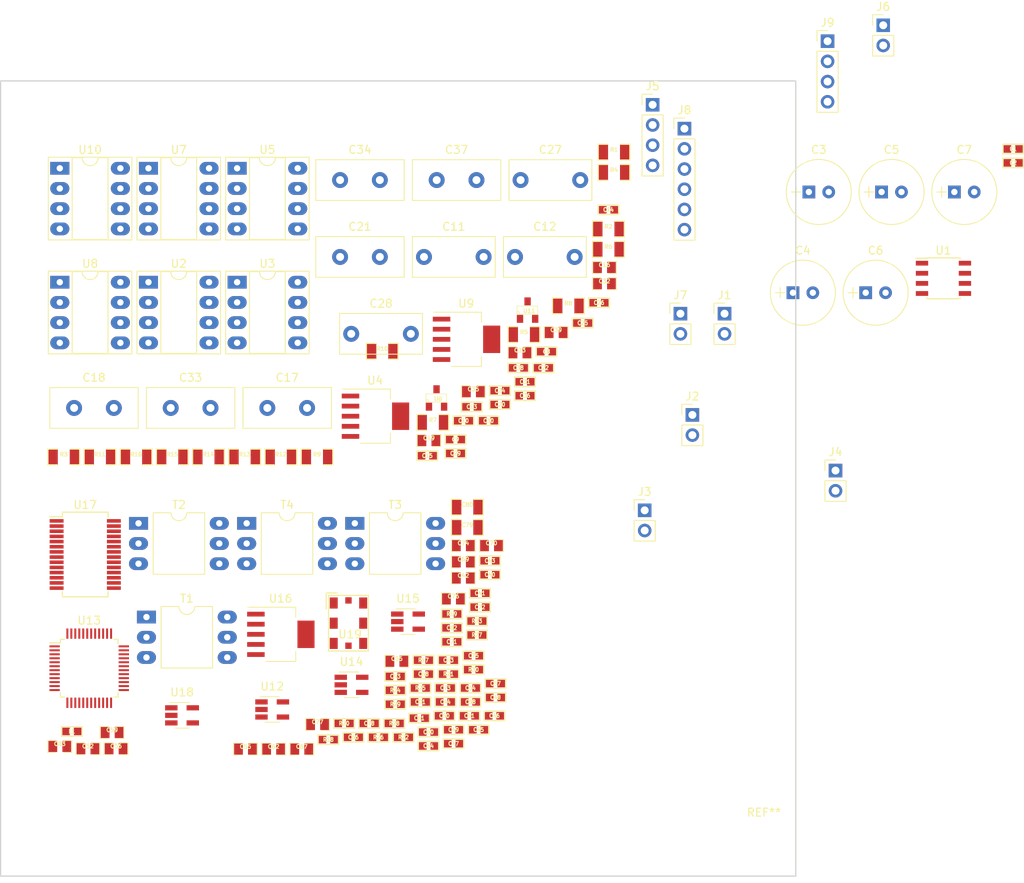
<source format=kicad_pcb>
(kicad_pcb (version 4) (host pcbnew 4.0.7-e2-6376~58~ubuntu16.04.1)
  (layers (0 F.Cu signal) (31 B.Cu signal) (34 B.Paste user) (35 F.Paste user) (36 B.SilkS user) (37 F.SilkS user) (38 B.Mask user) (39 F.Mask user) (44 Edge.Cuts user))
  (net 0 "")
  (net 1 "Net-(C1-Pad1)")
  (net 2 "Net-(C1-Pad2)")
  (net 3 /+3.3V_rcv)
  (net 4 GND)
  (net 5 /+4v_dig)
  (net 6 /-6V_anlg)
  (net 7 /+2v_dig)
  (net 8 /+6v_anlg)
  (net 9 /+4v_anlg)
  (net 10 /Filter_Out/-5V_anlg)
  (net 11 /Filter_Out/+5V_anlg)
  (net 12 "Net-(C11-Pad1)")
  (net 13 /IOUTL_N)
  (net 14 "Net-(C12-Pad1)")
  (net 15 /IOUTL_P)
  (net 16 "Net-(C15-Pad1)")
  (net 17 "Net-(C17-Pad1)")
  (net 18 "Net-(C17-Pad2)")
  (net 19 "Net-(C18-Pad1)")
  (net 20 /Out_L)
  (net 21 "Net-(C21-Pad2)")
  (net 22 "Net-(C27-Pad1)")
  (net 23 /IOUTR_N)
  (net 24 "Net-(C28-Pad1)")
  (net 25 /IOUTR_P)
  (net 26 "Net-(C31-Pad1)")
  (net 27 "Net-(C33-Pad1)")
  (net 28 "Net-(C33-Pad2)")
  (net 29 "Net-(C34-Pad1)")
  (net 30 /Out_R)
  (net 31 "Net-(C37-Pad2)")
  (net 32 GNDD)
  (net 33 "Net-(C41-Pad1)")
  (net 34 /DigitalCv_DAC/+1.8V_rcv)
  (net 35 "Net-(C43-Pad1)")
  (net 36 "Net-(C43-Pad2)")
  (net 37 "Net-(C44-Pad1)")
  (net 38 "Net-(C44-Pad2)")
  (net 39 "Net-(C45-Pad1)")
  (net 40 "Net-(C45-Pad2)")
  (net 41 "Net-(C46-Pad1)")
  (net 42 "Net-(C46-Pad2)")
  (net 43 "Net-(C47-Pad1)")
  (net 44 "Net-(C47-Pad2)")
  (net 45 "Net-(C48-Pad1)")
  (net 46 "Net-(C48-Pad2)")
  (net 47 "Net-(C49-Pad1)")
  (net 48 "Net-(C49-Pad2)")
  (net 49 "Net-(C50-Pad1)")
  (net 50 "Net-(C50-Pad2)")
  (net 51 /DigitalCv_DAC/Vcc)
  (net 52 "Net-(C54-Pad1)")
  (net 53 "Net-(C63-Pad1)")
  (net 54 /DigitalCv_DAC/+3.3V_dac)
  (net 55 "Net-(C68-Pad1)")
  (net 56 /DigitalCv_DAC/+5V_dac)
  (net 57 "Net-(C71-Pad1)")
  (net 58 "Net-(C79-Pad2)")
  (net 59 "Net-(C80-Pad2)")
  (net 60 "Net-(J5-Pad2)")
  (net 61 "Net-(J5-Pad3)")
  (net 62 "Net-(R25-Pad2)")
  (net 63 "Net-(R26-Pad2)")
  (net 64 "Net-(R28-Pad2)")
  (net 65 "Net-(R29-Pad2)")
  (net 66 "Net-(R30-Pad1)")
  (net 67 /RX1+)
  (net 68 /RX1-)
  (net 69 /RX2+)
  (net 70 /RX2-)
  (net 71 /RX3+)
  (net 72 /RX3-)
  (net 73 /RX4+)
  (net 74 /RX4-)
  (net 75 /SCL)
  (net 76 /SDA)
  (net 77 "Net-(U2-Pad1)")
  (net 78 "Net-(U2-Pad5)")
  (net 79 "Net-(U2-Pad8)")
  (net 80 "Net-(U3-Pad1)")
  (net 81 "Net-(U3-Pad5)")
  (net 82 "Net-(U3-Pad8)")
  (net 83 "Net-(U5-Pad1)")
  (net 84 "Net-(U5-Pad5)")
  (net 85 "Net-(U5-Pad8)")
  (net 86 "Net-(U7-Pad1)")
  (net 87 "Net-(U7-Pad5)")
  (net 88 "Net-(U7-Pad8)")
  (net 89 "Net-(U8-Pad1)")
  (net 90 "Net-(U8-Pad5)")
  (net 91 "Net-(U8-Pad8)")
  (net 92 "Net-(U10-Pad1)")
  (net 93 "Net-(U10-Pad5)")
  (net 94 "Net-(U10-Pad8)")
  (net 95 "Net-(U13-Pad11)")
  (net 96 "Net-(U13-Pad12)")
  (net 97 "Net-(R22-Pad2)")
  (net 98 "Net-(U13-Pad15)")
  (net 99 "Net-(U13-Pad23)")
  (net 100 "Net-(C61-Pad1)")
  (net 101 "Net-(R21-Pad2)")
  (net 102 "Net-(U13-Pad26)")
  (net 103 "Net-(U13-Pad27)")
  (net 104 "Net-(U13-Pad28)")
  (net 105 "Net-(U13-Pad29)")
  (net 106 "Net-(U13-Pad31)")
  (net 107 "Net-(U13-Pad32)")
  (net 108 "Net-(U13-Pad34)")
  (net 109 "Net-(U13-Pad35)")
  (net 110 "Net-(U13-Pad36)")
  (net 111 /DigitalCv_DAC/BCK)
  (net 112 /DigitalCv_DAC/LRCK)
  (net 113 "Net-(U13-Pad39)")
  (net 114 /DigitalCv_DAC/DATA)
  (net 115 "Net-(U13-Pad41)")
  (net 116 "Net-(U13-Pad45)")
  (net 117 "Net-(U13-Pad46)")
  (net 118 "Net-(U13-Pad47)")
  (net 119 "Net-(U13-Pad48)")
  (net 120 "Net-(U17-Pad1)")
  (net 121 "Net-(U17-Pad2)")
  (net 122 /DigitalCv_DAC/MCK)
  (module Yame_library:SM0603-MR (layer F.Cu) (at 176.345001 57.555001)
    (fp_text reference C1 (at 0 0) (layer F.SilkS) (effects (font (size 0.508 0.4572) (thickness 0.1143))))
    (fp_text value 100n hide)
    (pad 1 smd rect (at -0.725 0) (size 0.95 0.95) (layers F.Cu F.Paste F.Mask) (net 1 "Net-(C1-Pad1)"))
    (pad 2 smd rect (at 0.725 0) (size 0.95 0.95) (layers F.Cu F.Paste F.Mask) (net 2 "Net-(C1-Pad2)"))
  )
  (module Yame_library:SM0603-MR (layer F.Cu) (at 176.345001 59.305001)
    (fp_text reference C2 (at 0 0) (layer F.SilkS) (effects (font (size 0.508 0.4572) (thickness 0.1143))))
    (fp_text value 100n hide)
    (pad 1 smd rect (at -0.725 0) (size 0.95 0.95) (layers F.Cu F.Paste F.Mask) (net 3 /+3.3V_rcv))
    (pad 2 smd rect (at 0.725 0) (size 0.95 0.95) (layers F.Cu F.Paste F.Mask) (net 4 GND))
  )
  (module Capacitors_THT:CP_Radial_Tantal_D8.0mm_P2.50mm (layer F.Cu) (at 150.645001 62.965)
    (fp_text reference C3 (at 1.25 -5.31) (layer F.SilkS))
    (fp_text value 100u)
    (pad 1 thru_hole rect (at 0 0) (size 1.6 1.6) (drill 0.8) (layers *.Cu *.Mask) (net 5 /+4v_dig))
    (pad 2 thru_hole circle (at 2.5 0) (size 1.6 1.6) (drill 0.8) (layers *.Cu *.Mask) (net 4 GND))
  )
  (module Capacitors_THT:CP_Radial_Tantal_D8.0mm_P2.50mm (layer F.Cu) (at 148.645001 75.635)
    (fp_text reference C4 (at 1.25 -5.31) (layer F.SilkS))
    (fp_text value 100u)
    (pad 1 thru_hole rect (at 0 0) (size 1.6 1.6) (drill 0.8) (layers *.Cu *.Mask) (net 6 /-6V_anlg))
    (pad 2 thru_hole circle (at 2.5 0) (size 1.6 1.6) (drill 0.8) (layers *.Cu *.Mask) (net 4 GND))
  )
  (module Capacitors_THT:CP_Radial_Tantal_D8.0mm_P2.50mm (layer F.Cu) (at 159.795001 62.965)
    (fp_text reference C5 (at 1.25 -5.31) (layer F.SilkS))
    (fp_text value 100u)
    (pad 1 thru_hole rect (at 0 0) (size 1.6 1.6) (drill 0.8) (layers *.Cu *.Mask) (net 7 /+2v_dig))
    (pad 2 thru_hole circle (at 2.5 0) (size 1.6 1.6) (drill 0.8) (layers *.Cu *.Mask) (net 4 GND))
  )
  (module Capacitors_THT:CP_Radial_Tantal_D8.0mm_P2.50mm (layer F.Cu) (at 157.795001 75.635)
    (fp_text reference C6 (at 1.25 -5.31) (layer F.SilkS))
    (fp_text value 100u)
    (pad 1 thru_hole rect (at 0 0) (size 1.6 1.6) (drill 0.8) (layers *.Cu *.Mask) (net 8 /+6v_anlg))
    (pad 2 thru_hole circle (at 2.5 0) (size 1.6 1.6) (drill 0.8) (layers *.Cu *.Mask) (net 4 GND))
  )
  (module Capacitors_THT:CP_Radial_Tantal_D8.0mm_P2.50mm (layer F.Cu) (at 168.945001 62.965)
    (fp_text reference C7 (at 1.25 -5.31) (layer F.SilkS))
    (fp_text value 100u)
    (pad 1 thru_hole rect (at 0 0) (size 1.6 1.6) (drill 0.8) (layers *.Cu *.Mask) (net 9 /+4v_anlg))
    (pad 2 thru_hole circle (at 2.5 0) (size 1.6 1.6) (drill 0.8) (layers *.Cu *.Mask) (net 4 GND))
  )
  (module Yame_library:SM0603-MR (layer F.Cu) (at 117.655001 83.045001)
    (fp_text reference C8 (at 0 0) (layer F.SilkS) (effects (font (size 0.508 0.4572) (thickness 0.1143))))
    (fp_text value 100n hide)
    (pad 1 smd rect (at -0.725 0) (size 0.95 0.95) (layers F.Cu F.Paste F.Mask) (net 10 /Filter_Out/-5V_anlg))
    (pad 2 smd rect (at 0.725 0) (size 0.95 0.95) (layers F.Cu F.Paste F.Mask) (net 4 GND))
  )
  (module Yame_library:SM0603-MR (layer F.Cu) (at 106.205001 94.095001)
    (fp_text reference C9 (at 0 0) (layer F.SilkS) (effects (font (size 0.508 0.4572) (thickness 0.1143))))
    (fp_text value 100n hide)
    (pad 1 smd rect (at -0.725 0) (size 0.95 0.95) (layers F.Cu F.Paste F.Mask) (net 11 /Filter_Out/+5V_anlg))
    (pad 2 smd rect (at 0.725 0) (size 0.95 0.95) (layers F.Cu F.Paste F.Mask) (net 4 GND))
  )
  (module Yame_library:SM0603-MR (layer F.Cu) (at 107.215001 91.735001)
    (fp_text reference C10 (at 0 0) (layer F.SilkS) (effects (font (size 0.508 0.4572) (thickness 0.1143))))
    (fp_text value 100n hide)
    (pad 1 smd rect (at -0.725 0) (size 0.95 0.95) (layers F.Cu F.Paste F.Mask) (net 8 /+6v_anlg))
    (pad 2 smd rect (at 0.725 0) (size 0.95 0.95) (layers F.Cu F.Paste F.Mask) (net 4 GND))
  )
  (module Capacitors_THT:C_Rect_L10.3mm_W5.0mm_P7.50mm_MKS4 (layer F.Cu) (at 102.245001 71.135)
    (fp_text reference C11 (at 3.75 -3.81) (layer F.SilkS))
    (fp_text value 22n)
    (pad 1 thru_hole circle (at 0 0) (size 2 2) (drill 1) (layers *.Cu *.Mask) (net 12 "Net-(C11-Pad1)"))
    (pad 2 thru_hole circle (at 7.5 0) (size 2 2) (drill 1) (layers *.Cu *.Mask) (net 13 /IOUTL_N))
  )
  (module Capacitors_THT:C_Rect_L10.3mm_W5.0mm_P7.50mm_MKS4 (layer F.Cu) (at 113.695001 71.135)
    (fp_text reference C12 (at 3.75 -3.81) (layer F.SilkS))
    (fp_text value 22n)
    (pad 1 thru_hole circle (at 0 0) (size 2 2) (drill 1) (layers *.Cu *.Mask) (net 14 "Net-(C12-Pad1)"))
    (pad 2 thru_hole circle (at 7.5 0) (size 2 2) (drill 1) (layers *.Cu *.Mask) (net 15 /IOUTL_P))
  )
  (module Yame_library:SM0603-MR (layer F.Cu) (at 108.255001 89.985001)
    (fp_text reference C13 (at 0 0) (layer F.SilkS) (effects (font (size 0.508 0.4572) (thickness 0.1143))))
    (fp_text value 100n hide)
    (pad 1 smd rect (at -0.725 0) (size 0.95 0.95) (layers F.Cu F.Paste F.Mask) (net 10 /Filter_Out/-5V_anlg))
    (pad 2 smd rect (at 0.725 0) (size 0.95 0.95) (layers F.Cu F.Paste F.Mask) (net 4 GND))
  )
  (module Yame_library:SM0603-MR (layer F.Cu) (at 125.445001 65.205001)
    (fp_text reference C14 (at 0 0) (layer F.SilkS) (effects (font (size 0.508 0.4572) (thickness 0.1143))))
    (fp_text value 100n hide)
    (pad 1 smd rect (at -0.725 0) (size 0.95 0.95) (layers F.Cu F.Paste F.Mask) (net 11 /Filter_Out/+5V_anlg))
    (pad 2 smd rect (at 0.725 0) (size 0.95 0.95) (layers F.Cu F.Paste F.Mask) (net 4 GND))
  )
  (module Yame_library:SM0603-MR (layer F.Cu) (at 102.665001 96.135001)
    (fp_text reference C15 (at 0 0) (layer F.SilkS) (effects (font (size 0.508 0.4572) (thickness 0.1143))))
    (fp_text value 10n hide)
    (pad 1 smd rect (at -0.725 0) (size 0.95 0.95) (layers F.Cu F.Paste F.Mask) (net 16 "Net-(C15-Pad1)"))
    (pad 2 smd rect (at 0.725 0) (size 0.95 0.95) (layers F.Cu F.Paste F.Mask) (net 4 GND))
  )
  (module Yame_library:SM0805-MR (layer F.Cu) (at 124.943531 72.461531)
    (fp_text reference C16 (at 0 -0.3175) (layer F.SilkS) (effects (font (size 0.50038 0.50038) (thickness 0.10922))))
    (fp_text value 1u hide)
    (pad 1 smd rect (at -0.875 0) (size 1.1 1.4) (layers F.Cu F.Paste F.Mask) (net 11 /Filter_Out/+5V_anlg))
    (pad 2 smd rect (at 0.875 0) (size 1.1 1.4) (layers F.Cu F.Paste F.Mask) (net 4 GND))
  )
  (module Capacitors_THT:C_Disc_D11.0mm_W5.0mm_P5.00mm (layer F.Cu) (at 82.545001 90.125)
    (fp_text reference C17 (at 2.5 -3.81) (layer F.SilkS))
    (fp_text value 4.7n)
    (pad 1 thru_hole circle (at 0 0) (size 2 2) (drill 1) (layers *.Cu *.Mask) (net 17 "Net-(C17-Pad1)"))
    (pad 2 thru_hole circle (at 5 0) (size 2 2) (drill 1) (layers *.Cu *.Mask) (net 18 "Net-(C17-Pad2)"))
  )
  (module Capacitors_THT:C_Disc_D11.0mm_W5.0mm_P5.00mm (layer F.Cu) (at 58.245001 90.125)
    (fp_text reference C18 (at 2.5 -3.81) (layer F.SilkS))
    (fp_text value 2.2n)
    (pad 1 thru_hole circle (at 0 0) (size 2 2) (drill 1) (layers *.Cu *.Mask) (net 19 "Net-(C18-Pad1)"))
    (pad 2 thru_hole circle (at 5 0) (size 2 2) (drill 1) (layers *.Cu *.Mask) (net 4 GND))
  )
  (module Yame_library:SM0805-MR (layer F.Cu) (at 102.863531 94.231531)
    (fp_text reference C19 (at 0 -0.3175) (layer F.SilkS) (effects (font (size 0.50038 0.50038) (thickness 0.10922))))
    (fp_text value 1u hide)
    (pad 1 smd rect (at -0.875 0) (size 1.1 1.4) (layers F.Cu F.Paste F.Mask) (net 10 /Filter_Out/-5V_anlg))
    (pad 2 smd rect (at 0.875 0) (size 1.1 1.4) (layers F.Cu F.Paste F.Mask) (net 4 GND))
  )
  (module Yame_library:SM0603-MR (layer F.Cu) (at 111.795001 89.695001)
    (fp_text reference C20 (at 0 0) (layer F.SilkS) (effects (font (size 0.508 0.4572) (thickness 0.1143))))
    (fp_text value 100n hide)
    (pad 1 smd rect (at -0.725 0) (size 0.95 0.95) (layers F.Cu F.Paste F.Mask) (net 10 /Filter_Out/-5V_anlg))
    (pad 2 smd rect (at 0.725 0) (size 0.95 0.95) (layers F.Cu F.Paste F.Mask) (net 4 GND))
  )
  (module Capacitors_THT:C_Disc_D11.0mm_W5.0mm_P5.00mm (layer F.Cu) (at 91.695001 71.135)
    (fp_text reference C21 (at 2.5 -3.81) (layer F.SilkS))
    (fp_text value 2.2n)
    (pad 1 thru_hole circle (at 0 0) (size 2 2) (drill 1) (layers *.Cu *.Mask) (net 20 /Out_L))
    (pad 2 thru_hole circle (at 5 0) (size 2 2) (drill 1) (layers *.Cu *.Mask) (net 21 "Net-(C21-Pad2)"))
  )
  (module Yame_library:SM0603-MR (layer F.Cu) (at 117.265001 85.085001)
    (fp_text reference C22 (at 0 0) (layer F.SilkS) (effects (font (size 0.508 0.4572) (thickness 0.1143))))
    (fp_text value 100n hide)
    (pad 1 smd rect (at -0.725 0) (size 0.95 0.95) (layers F.Cu F.Paste F.Mask) (net 11 /Filter_Out/+5V_anlg))
    (pad 2 smd rect (at 0.725 0) (size 0.95 0.95) (layers F.Cu F.Paste F.Mask) (net 4 GND))
  )
  (module Yame_library:SM0805-MR (layer F.Cu) (at 114.313531 83.181531)
    (fp_text reference C23 (at 0 -0.3175) (layer F.SilkS) (effects (font (size 0.50038 0.50038) (thickness 0.10922))))
    (fp_text value 1u hide)
    (pad 1 smd rect (at -0.875 0) (size 1.1 1.4) (layers F.Cu F.Paste F.Mask) (net 6 /-6V_anlg))
    (pad 2 smd rect (at 0.875 0) (size 1.1 1.4) (layers F.Cu F.Paste F.Mask) (net 4 GND))
  )
  (module Yame_library:SM0603-MR (layer F.Cu) (at 111.795001 87.945001)
    (fp_text reference C24 (at 0 0) (layer F.SilkS) (effects (font (size 0.508 0.4572) (thickness 0.1143))))
    (fp_text value 100n hide)
    (pad 1 smd rect (at -0.725 0) (size 0.95 0.95) (layers F.Cu F.Paste F.Mask) (net 10 /Filter_Out/-5V_anlg))
    (pad 2 smd rect (at 0.725 0) (size 0.95 0.95) (layers F.Cu F.Paste F.Mask) (net 4 GND))
  )
  (module Yame_library:SM0603-MR (layer F.Cu) (at 122.205001 79.445001)
    (fp_text reference C25 (at 0 0) (layer F.SilkS) (effects (font (size 0.508 0.4572) (thickness 0.1143))))
    (fp_text value 100n hide)
    (pad 1 smd rect (at -0.725 0) (size 0.95 0.95) (layers F.Cu F.Paste F.Mask) (net 11 /Filter_Out/+5V_anlg))
    (pad 2 smd rect (at 0.725 0) (size 0.95 0.95) (layers F.Cu F.Paste F.Mask) (net 4 GND))
  )
  (module Yame_library:SM0603-MR (layer F.Cu) (at 124.255001 76.895001)
    (fp_text reference C26 (at 0 0) (layer F.SilkS) (effects (font (size 0.508 0.4572) (thickness 0.1143))))
    (fp_text value 100n hide)
    (pad 1 smd rect (at -0.725 0) (size 0.95 0.95) (layers F.Cu F.Paste F.Mask) (net 8 /+6v_anlg))
    (pad 2 smd rect (at 0.725 0) (size 0.95 0.95) (layers F.Cu F.Paste F.Mask) (net 4 GND))
  )
  (module Capacitors_THT:C_Rect_L10.3mm_W5.0mm_P7.50mm_MKS4 (layer F.Cu) (at 114.395001 61.465)
    (fp_text reference C27 (at 3.75 -3.81) (layer F.SilkS))
    (fp_text value 22n)
    (pad 1 thru_hole circle (at 0 0) (size 2 2) (drill 1) (layers *.Cu *.Mask) (net 22 "Net-(C27-Pad1)"))
    (pad 2 thru_hole circle (at 7.5 0) (size 2 2) (drill 1) (layers *.Cu *.Mask) (net 23 /IOUTR_N))
  )
  (module Capacitors_THT:C_Rect_L10.3mm_W5.0mm_P7.50mm_MKS4 (layer F.Cu) (at 93.095001 80.805)
    (fp_text reference C28 (at 3.75 -3.81) (layer F.SilkS))
    (fp_text value 22n)
    (pad 1 thru_hole circle (at 0 0) (size 2 2) (drill 1) (layers *.Cu *.Mask) (net 24 "Net-(C28-Pad1)"))
    (pad 2 thru_hole circle (at 7.5 0) (size 2 2) (drill 1) (layers *.Cu *.Mask) (net 25 /IOUTR_P))
  )
  (module Yame_library:SM0603-MR (layer F.Cu) (at 106.205001 95.845001)
    (fp_text reference C29 (at 0 0) (layer F.SilkS) (effects (font (size 0.508 0.4572) (thickness 0.1143))))
    (fp_text value 100n hide)
    (pad 1 smd rect (at -0.725 0) (size 0.95 0.95) (layers F.Cu F.Paste F.Mask) (net 10 /Filter_Out/-5V_anlg))
    (pad 2 smd rect (at 0.725 0) (size 0.95 0.95) (layers F.Cu F.Paste F.Mask) (net 4 GND))
  )
  (module Yame_library:SM0603-MR (layer F.Cu) (at 110.365001 91.735001)
    (fp_text reference C30 (at 0 0) (layer F.SilkS) (effects (font (size 0.508 0.4572) (thickness 0.1143))))
    (fp_text value 100n hide)
    (pad 1 smd rect (at -0.725 0) (size 0.95 0.95) (layers F.Cu F.Paste F.Mask) (net 11 /Filter_Out/+5V_anlg))
    (pad 2 smd rect (at 0.725 0) (size 0.95 0.95) (layers F.Cu F.Paste F.Mask) (net 4 GND))
  )
  (module Yame_library:SM0603-MR (layer F.Cu) (at 114.945001 86.835001)
    (fp_text reference C31 (at 0 0) (layer F.SilkS) (effects (font (size 0.508 0.4572) (thickness 0.1143))))
    (fp_text value 10n hide)
    (pad 1 smd rect (at -0.725 0) (size 0.95 0.95) (layers F.Cu F.Paste F.Mask) (net 26 "Net-(C31-Pad1)"))
    (pad 2 smd rect (at 0.725 0) (size 0.95 0.95) (layers F.Cu F.Paste F.Mask) (net 4 GND))
  )
  (module Yame_library:SM0805-MR (layer F.Cu) (at 124.943531 74.501531)
    (fp_text reference C32 (at 0 -0.3175) (layer F.SilkS) (effects (font (size 0.50038 0.50038) (thickness 0.10922))))
    (fp_text value 1u hide)
    (pad 1 smd rect (at -0.875 0) (size 1.1 1.4) (layers F.Cu F.Paste F.Mask) (net 11 /Filter_Out/+5V_anlg))
    (pad 2 smd rect (at 0.875 0) (size 1.1 1.4) (layers F.Cu F.Paste F.Mask) (net 4 GND))
  )
  (module Capacitors_THT:C_Disc_D11.0mm_W5.0mm_P5.00mm (layer F.Cu) (at 70.395001 90.125)
    (fp_text reference C33 (at 2.5 -3.81) (layer F.SilkS))
    (fp_text value 4.7n)
    (pad 1 thru_hole circle (at 0 0) (size 2 2) (drill 1) (layers *.Cu *.Mask) (net 27 "Net-(C33-Pad1)"))
    (pad 2 thru_hole circle (at 5 0) (size 2 2) (drill 1) (layers *.Cu *.Mask) (net 28 "Net-(C33-Pad2)"))
  )
  (module Capacitors_THT:C_Disc_D11.0mm_W5.0mm_P5.00mm (layer F.Cu) (at 91.695001 61.465)
    (fp_text reference C34 (at 2.5 -3.81) (layer F.SilkS))
    (fp_text value 2.2n)
    (pad 1 thru_hole circle (at 0 0) (size 2 2) (drill 1) (layers *.Cu *.Mask) (net 29 "Net-(C34-Pad1)"))
    (pad 2 thru_hole circle (at 5 0) (size 2 2) (drill 1) (layers *.Cu *.Mask) (net 4 GND))
  )
  (module Yame_library:SM0603-MR (layer F.Cu) (at 114.945001 88.585001)
    (fp_text reference C36 (at 0 0) (layer F.SilkS) (effects (font (size 0.508 0.4572) (thickness 0.1143))))
    (fp_text value 100n hide)
    (pad 1 smd rect (at -0.725 0) (size 0.95 0.95) (layers F.Cu F.Paste F.Mask) (net 10 /Filter_Out/-5V_anlg))
    (pad 2 smd rect (at 0.725 0) (size 0.95 0.95) (layers F.Cu F.Paste F.Mask) (net 4 GND))
  )
  (module Capacitors_THT:C_Disc_D11.0mm_W5.0mm_P5.00mm (layer F.Cu) (at 103.845001 61.465)
    (fp_text reference C37 (at 2.5 -3.81) (layer F.SilkS))
    (fp_text value 2.2n)
    (pad 1 thru_hole circle (at 0 0) (size 2 2) (drill 1) (layers *.Cu *.Mask) (net 30 /Out_R))
    (pad 2 thru_hole circle (at 5 0) (size 2 2) (drill 1) (layers *.Cu *.Mask) (net 31 "Net-(C37-Pad2)"))
  )
  (module Yame_library:SM0603-MR (layer F.Cu) (at 114.115001 85.085001)
    (fp_text reference C38 (at 0 0) (layer F.SilkS) (effects (font (size 0.508 0.4572) (thickness 0.1143))))
    (fp_text value 100n hide)
    (pad 1 smd rect (at -0.725 0) (size 0.95 0.95) (layers F.Cu F.Paste F.Mask) (net 11 /Filter_Out/+5V_anlg))
    (pad 2 smd rect (at 0.725 0) (size 0.95 0.95) (layers F.Cu F.Paste F.Mask) (net 4 GND))
  )
  (module Yame_library:SM0603-MR (layer F.Cu) (at 110.535001 111.095001)
    (fp_text reference C40 (at 0 0) (layer F.SilkS) (effects (font (size 0.508 0.4572) (thickness 0.1143))))
    (fp_text value 100n hide)
    (pad 1 smd rect (at -0.725 0) (size 0.95 0.95) (layers F.Cu F.Paste F.Mask) (net 7 /+2v_dig))
    (pad 2 smd rect (at 0.725 0) (size 0.95 0.95) (layers F.Cu F.Paste F.Mask) (net 32 GNDD))
  )
  (module Yame_library:SM0603-MR (layer F.Cu) (at 109.285001 113.425001)
    (fp_text reference C41 (at 0 0) (layer F.SilkS) (effects (font (size 0.508 0.4572) (thickness 0.1143))))
    (fp_text value 10n hide)
    (pad 1 smd rect (at -0.725 0) (size 0.95 0.95) (layers F.Cu F.Paste F.Mask) (net 33 "Net-(C41-Pad1)"))
    (pad 2 smd rect (at 0.725 0) (size 0.95 0.95) (layers F.Cu F.Paste F.Mask) (net 32 GNDD))
  )
  (module Yame_library:SM0805-MR (layer F.Cu) (at 107.193531 111.521531)
    (fp_text reference C42 (at 0 -0.3175) (layer F.SilkS) (effects (font (size 0.50038 0.50038) (thickness 0.10922))))
    (fp_text value 10u hide)
    (pad 1 smd rect (at -0.875 0) (size 1.1 1.4) (layers F.Cu F.Paste F.Mask) (net 34 /DigitalCv_DAC/+1.8V_rcv))
    (pad 2 smd rect (at 0.875 0) (size 1.1 1.4) (layers F.Cu F.Paste F.Mask) (net 32 GNDD))
  )
  (module Yame_library:SM0603-MR (layer F.Cu) (at 110.535001 109.345001)
    (fp_text reference C43 (at 0 0) (layer F.SilkS) (effects (font (size 0.508 0.4572) (thickness 0.1143))))
    (fp_text value 100n hide)
    (pad 1 smd rect (at -0.725 0) (size 0.95 0.95) (layers F.Cu F.Paste F.Mask) (net 35 "Net-(C43-Pad1)"))
    (pad 2 smd rect (at 0.725 0) (size 0.95 0.95) (layers F.Cu F.Paste F.Mask) (net 36 "Net-(C43-Pad2)"))
  )
  (module Yame_library:SM0603-MR (layer F.Cu) (at 104.935001 127.095001)
    (fp_text reference C44 (at 0 0) (layer F.SilkS) (effects (font (size 0.508 0.4572) (thickness 0.1143))))
    (fp_text value 100n hide)
    (pad 1 smd rect (at -0.725 0) (size 0.95 0.95) (layers F.Cu F.Paste F.Mask) (net 37 "Net-(C44-Pad1)"))
    (pad 2 smd rect (at 0.725 0) (size 0.95 0.95) (layers F.Cu F.Paste F.Mask) (net 38 "Net-(C44-Pad2)"))
  )
  (module Yame_library:SM0603-MR (layer F.Cu) (at 109.115001 130.595001)
    (fp_text reference C45 (at 0 0) (layer F.SilkS) (effects (font (size 0.508 0.4572) (thickness 0.1143))))
    (fp_text value 100n hide)
    (pad 1 smd rect (at -0.725 0) (size 0.95 0.95) (layers F.Cu F.Paste F.Mask) (net 39 "Net-(C45-Pad1)"))
    (pad 2 smd rect (at 0.725 0) (size 0.95 0.95) (layers F.Cu F.Paste F.Mask) (net 40 "Net-(C45-Pad2)"))
  )
  (module Yame_library:SM0603-MR (layer F.Cu) (at 111.105001 128.845001)
    (fp_text reference C46 (at 0 0) (layer F.SilkS) (effects (font (size 0.508 0.4572) (thickness 0.1143))))
    (fp_text value 100n hide)
    (pad 1 smd rect (at -0.725 0) (size 0.95 0.95) (layers F.Cu F.Paste F.Mask) (net 41 "Net-(C46-Pad1)"))
    (pad 2 smd rect (at 0.725 0) (size 0.95 0.95) (layers F.Cu F.Paste F.Mask) (net 42 "Net-(C46-Pad2)"))
  )
  (module Yame_library:SM0603-MR (layer F.Cu) (at 105.965001 132.345001)
    (fp_text reference C47 (at 0 0) (layer F.SilkS) (effects (font (size 0.508 0.4572) (thickness 0.1143))))
    (fp_text value 100n hide)
    (pad 1 smd rect (at -0.725 0) (size 0.95 0.95) (layers F.Cu F.Paste F.Mask) (net 43 "Net-(C47-Pad1)"))
    (pad 2 smd rect (at 0.725 0) (size 0.95 0.95) (layers F.Cu F.Paste F.Mask) (net 44 "Net-(C47-Pad2)"))
  )
  (module Yame_library:SM0603-MR (layer F.Cu) (at 111.235001 126.535001)
    (fp_text reference C48 (at 0 0) (layer F.SilkS) (effects (font (size 0.508 0.4572) (thickness 0.1143))))
    (fp_text value 100n hide)
    (pad 1 smd rect (at -0.725 0) (size 0.95 0.95) (layers F.Cu F.Paste F.Mask) (net 45 "Net-(C48-Pad1)"))
    (pad 2 smd rect (at 0.725 0) (size 0.95 0.95) (layers F.Cu F.Paste F.Mask) (net 46 "Net-(C48-Pad2)"))
  )
  (module Yame_library:SM0603-MR (layer F.Cu) (at 105.965001 130.595001)
    (fp_text reference C49 (at 0 0) (layer F.SilkS) (effects (font (size 0.508 0.4572) (thickness 0.1143))))
    (fp_text value 100n hide)
    (pad 1 smd rect (at -0.725 0) (size 0.95 0.95) (layers F.Cu F.Paste F.Mask) (net 47 "Net-(C49-Pad1)"))
    (pad 2 smd rect (at 0.725 0) (size 0.95 0.95) (layers F.Cu F.Paste F.Mask) (net 48 "Net-(C49-Pad2)"))
  )
  (module Yame_library:SM0603-MR (layer F.Cu) (at 104.805001 128.845001)
    (fp_text reference C50 (at 0 0) (layer F.SilkS) (effects (font (size 0.508 0.4572) (thickness 0.1143))))
    (fp_text value 100n hide)
    (pad 1 smd rect (at -0.725 0) (size 0.95 0.95) (layers F.Cu F.Paste F.Mask) (net 49 "Net-(C50-Pad1)"))
    (pad 2 smd rect (at 0.725 0) (size 0.95 0.95) (layers F.Cu F.Paste F.Mask) (net 50 "Net-(C50-Pad2)"))
  )
  (module Yame_library:SM0603-MR (layer F.Cu) (at 107.955001 128.845001)
    (fp_text reference C51 (at 0 0) (layer F.SilkS) (effects (font (size 0.508 0.4572) (thickness 0.1143))))
    (fp_text value 100n hide)
    (pad 1 smd rect (at -0.725 0) (size 0.95 0.95) (layers F.Cu F.Paste F.Mask) (net 5 /+4v_dig))
    (pad 2 smd rect (at 0.725 0) (size 0.95 0.95) (layers F.Cu F.Paste F.Mask) (net 32 GNDD))
  )
  (module Yame_library:SM0805-MR (layer F.Cu) (at 59.983531 132.981531)
    (fp_text reference C52 (at 0 -0.3175) (layer F.SilkS) (effects (font (size 0.50038 0.50038) (thickness 0.10922))))
    (fp_text value 10u hide)
    (pad 1 smd rect (at -0.875 0) (size 1.1 1.4) (layers F.Cu F.Paste F.Mask) (net 51 /DigitalCv_DAC/Vcc))
    (pad 2 smd rect (at 0.875 0) (size 1.1 1.4) (layers F.Cu F.Paste F.Mask) (net 32 GNDD))
  )
  (module Yame_library:SM0603-MR (layer F.Cu) (at 98.635001 123.885001)
    (fp_text reference C53 (at 0 0) (layer F.SilkS) (effects (font (size 0.508 0.4572) (thickness 0.1143))))
    (fp_text value 100n hide)
    (pad 1 smd rect (at -0.725 0) (size 0.95 0.95) (layers F.Cu F.Paste F.Mask) (net 51 /DigitalCv_DAC/Vcc))
    (pad 2 smd rect (at 0.725 0) (size 0.95 0.95) (layers F.Cu F.Paste F.Mask) (net 32 GNDD))
  )
  (module Yame_library:SM0603-MR (layer F.Cu) (at 102.815001 132.635001)
    (fp_text reference C54 (at 0 0) (layer F.SilkS) (effects (font (size 0.508 0.4572) (thickness 0.1143))))
    (fp_text value 10n hide)
    (pad 1 smd rect (at -0.725 0) (size 0.95 0.95) (layers F.Cu F.Paste F.Mask) (net 52 "Net-(C54-Pad1)"))
    (pad 2 smd rect (at 0.725 0) (size 0.95 0.95) (layers F.Cu F.Paste F.Mask) (net 32 GNDD))
  )
  (module Yame_library:SM0805-MR (layer F.Cu) (at 79.793531 133.031531)
    (fp_text reference C55 (at 0 -0.3175) (layer F.SilkS) (effects (font (size 0.50038 0.50038) (thickness 0.10922))))
    (fp_text value 10u hide)
    (pad 1 smd rect (at -0.875 0) (size 1.1 1.4) (layers F.Cu F.Paste F.Mask) (net 3 /+3.3V_rcv))
    (pad 2 smd rect (at 0.875 0) (size 1.1 1.4) (layers F.Cu F.Paste F.Mask) (net 32 GNDD))
  )
  (module Yame_library:SM0805-MR (layer F.Cu) (at 63.523531 132.981531)
    (fp_text reference C56 (at 0 -0.3175) (layer F.SilkS) (effects (font (size 0.50038 0.50038) (thickness 0.10922))))
    (fp_text value 10u hide)
    (pad 1 smd rect (at -0.875 0) (size 1.1 1.4) (layers F.Cu F.Paste F.Mask) (net 3 /+3.3V_rcv))
    (pad 2 smd rect (at 0.875 0) (size 1.1 1.4) (layers F.Cu F.Paste F.Mask) (net 32 GNDD))
  )
  (module Yame_library:SM0603-MR (layer F.Cu) (at 111.235001 124.785001)
    (fp_text reference C57 (at 0 0) (layer F.SilkS) (effects (font (size 0.508 0.4572) (thickness 0.1143))))
    (fp_text value 100n hide)
    (pad 1 smd rect (at -0.725 0) (size 0.95 0.95) (layers F.Cu F.Paste F.Mask) (net 3 /+3.3V_rcv))
    (pad 2 smd rect (at 0.725 0) (size 0.95 0.95) (layers F.Cu F.Paste F.Mask) (net 32 GNDD))
  )
  (module Yame_library:SM0603-MR (layer F.Cu) (at 108.085001 127.095001)
    (fp_text reference C58 (at 0 0) (layer F.SilkS) (effects (font (size 0.508 0.4572) (thickness 0.1143))))
    (fp_text value 100n hide)
    (pad 1 smd rect (at -0.725 0) (size 0.95 0.95) (layers F.Cu F.Paste F.Mask) (net 9 /+4v_anlg))
    (pad 2 smd rect (at 0.725 0) (size 0.95 0.95) (layers F.Cu F.Paste F.Mask) (net 32 GNDD))
  )
  (module Yame_library:SM0805-MR (layer F.Cu) (at 63.023531 130.941531)
    (fp_text reference C59 (at 0 -0.3175) (layer F.SilkS) (effects (font (size 0.50038 0.50038) (thickness 0.10922))))
    (fp_text value 10u hide)
    (pad 1 smd rect (at -0.875 0) (size 1.1 1.4) (layers F.Cu F.Paste F.Mask) (net 3 /+3.3V_rcv))
    (pad 2 smd rect (at 0.875 0) (size 1.1 1.4) (layers F.Cu F.Paste F.Mask) (net 32 GNDD))
  )
  (module Yame_library:SM0603-MR (layer F.Cu) (at 102.815001 130.885001)
    (fp_text reference C60 (at 0 0) (layer F.SilkS) (effects (font (size 0.508 0.4572) (thickness 0.1143))))
    (fp_text value 100n hide)
    (pad 1 smd rect (at -0.725 0) (size 0.95 0.95) (layers F.Cu F.Paste F.Mask) (net 3 /+3.3V_rcv))
    (pad 2 smd rect (at 0.725 0) (size 0.95 0.95) (layers F.Cu F.Paste F.Mask) (net 32 GNDD))
  )
  (module Yame_library:SM0805-MR (layer F.Cu) (at 83.333531 133.031531)
    (fp_text reference C62 (at 0 -0.3175) (layer F.SilkS) (effects (font (size 0.50038 0.50038) (thickness 0.10922))))
    (fp_text value 10u hide)
    (pad 1 smd rect (at -0.875 0) (size 1.1 1.4) (layers F.Cu F.Paste F.Mask) (net 34 /DigitalCv_DAC/+1.8V_rcv))
    (pad 2 smd rect (at 0.875 0) (size 1.1 1.4) (layers F.Cu F.Paste F.Mask) (net 32 GNDD))
  )
  (module Yame_library:SM0603-MR (layer F.Cu) (at 105.325001 121.845001)
    (fp_text reference C63 (at 0 0) (layer F.SilkS) (effects (font (size 0.508 0.4572) (thickness 0.1143))))
    (fp_text value 10n hide)
    (pad 1 smd rect (at -0.725 0) (size 0.95 0.95) (layers F.Cu F.Paste F.Mask) (net 53 "Net-(C63-Pad1)"))
    (pad 2 smd rect (at 0.725 0) (size 0.95 0.95) (layers F.Cu F.Paste F.Mask) (net 32 GNDD))
  )
  (module Yame_library:SM0805-MR (layer F.Cu) (at 98.833531 121.981531)
    (fp_text reference C65 (at 0 -0.3175) (layer F.SilkS) (effects (font (size 0.50038 0.50038) (thickness 0.10922))))
    (fp_text value 10u hide)
    (pad 1 smd rect (at -0.875 0) (size 1.1 1.4) (layers F.Cu F.Paste F.Mask) (net 54 /DigitalCv_DAC/+3.3V_dac))
    (pad 2 smd rect (at 0.875 0) (size 1.1 1.4) (layers F.Cu F.Paste F.Mask) (net 32 GNDD))
  )
  (module Yame_library:SM0603-MR (layer F.Cu) (at 93.365001 131.545001)
    (fp_text reference C66 (at 0 0) (layer F.SilkS) (effects (font (size 0.508 0.4572) (thickness 0.1143))))
    (fp_text value 100n hide)
    (pad 1 smd rect (at -0.725 0) (size 0.95 0.95) (layers F.Cu F.Paste F.Mask) (net 8 /+6v_anlg))
    (pad 2 smd rect (at 0.725 0) (size 0.95 0.95) (layers F.Cu F.Paste F.Mask) (net 32 GNDD))
  )
  (module Yame_library:SM0805-MR (layer F.Cu) (at 86.873531 133.031531)
    (fp_text reference C67 (at 0 -0.3175) (layer F.SilkS) (effects (font (size 0.50038 0.50038) (thickness 0.10922))))
    (fp_text value 10u hide)
    (pad 1 smd rect (at -0.875 0) (size 1.1 1.4) (layers F.Cu F.Paste F.Mask) (net 3 /+3.3V_rcv))
    (pad 2 smd rect (at 0.875 0) (size 1.1 1.4) (layers F.Cu F.Paste F.Mask) (net 32 GNDD))
  )
  (module Yame_library:SM0603-MR (layer F.Cu) (at 102.175001 123.595001)
    (fp_text reference C68 (at 0 0) (layer F.SilkS) (effects (font (size 0.508 0.4572) (thickness 0.1143))))
    (fp_text value 10n hide)
    (pad 1 smd rect (at -0.725 0) (size 0.95 0.95) (layers F.Cu F.Paste F.Mask) (net 55 "Net-(C68-Pad1)"))
    (pad 2 smd rect (at 0.725 0) (size 0.95 0.95) (layers F.Cu F.Paste F.Mask) (net 32 GNDD))
  )
  (module Yame_library:SM0805-MR (layer F.Cu) (at 107.193531 109.481531)
    (fp_text reference C69 (at 0 -0.3175) (layer F.SilkS) (effects (font (size 0.50038 0.50038) (thickness 0.10922))))
    (fp_text value 10u hide)
    (pad 1 smd rect (at -0.875 0) (size 1.1 1.4) (layers F.Cu F.Paste F.Mask) (net 54 /DigitalCv_DAC/+3.3V_dac))
    (pad 2 smd rect (at 0.875 0) (size 1.1 1.4) (layers F.Cu F.Paste F.Mask) (net 32 GNDD))
  )
  (module Yame_library:SM0805-MR (layer F.Cu) (at 110.733531 107.441531)
    (fp_text reference C70 (at 0 -0.3175) (layer F.SilkS) (effects (font (size 0.50038 0.50038) (thickness 0.10922))))
    (fp_text value 1u hide)
    (pad 1 smd rect (at -0.875 0) (size 1.1 1.4) (layers F.Cu F.Paste F.Mask) (net 56 /DigitalCv_DAC/+5V_dac))
    (pad 2 smd rect (at 0.875 0) (size 1.1 1.4) (layers F.Cu F.Paste F.Mask) (net 32 GNDD))
  )
  (module Yame_library:SM0603-MR (layer F.Cu) (at 105.745001 119.535001)
    (fp_text reference C71 (at 0 0) (layer F.SilkS) (effects (font (size 0.508 0.4572) (thickness 0.1143))))
    (fp_text value 100n hide)
    (pad 1 smd rect (at -0.725 0) (size 0.95 0.95) (layers F.Cu F.Paste F.Mask) (net 57 "Net-(C71-Pad1)"))
    (pad 2 smd rect (at 0.725 0) (size 0.95 0.95) (layers F.Cu F.Paste F.Mask) (net 32 GNDD))
  )
  (module Yame_library:SM0603-MR (layer F.Cu) (at 109.285001 115.175001)
    (fp_text reference C72 (at 0 0) (layer F.SilkS) (effects (font (size 0.508 0.4572) (thickness 0.1143))))
    (fp_text value 100n hide)
    (pad 1 smd rect (at -0.725 0) (size 0.95 0.95) (layers F.Cu F.Paste F.Mask) (net 3 /+3.3V_rcv))
    (pad 2 smd rect (at 0.725 0) (size 0.95 0.95) (layers F.Cu F.Paste F.Mask) (net 32 GNDD))
  )
  (module Yame_library:SM0805-MR (layer F.Cu) (at 107.193531 107.441531)
    (fp_text reference C74 (at 0 -0.3175) (layer F.SilkS) (effects (font (size 0.50038 0.50038) (thickness 0.10922))))
    (fp_text value 10u hide)
    (pad 1 smd rect (at -0.875 0) (size 1.1 1.4) (layers F.Cu F.Paste F.Mask) (net 56 /DigitalCv_DAC/+5V_dac))
    (pad 2 smd rect (at 0.875 0) (size 1.1 1.4) (layers F.Cu F.Paste F.Mask) (net 32 GNDD))
  )
  (module Yame_library:SM0805-MR (layer F.Cu) (at 105.943531 114.131531)
    (fp_text reference C76 (at 0 -0.3175) (layer F.SilkS) (effects (font (size 0.50038 0.50038) (thickness 0.10922))))
    (fp_text value 10u hide)
    (pad 1 smd rect (at -0.875 0) (size 1.1 1.4) (layers F.Cu F.Paste F.Mask) (net 3 /+3.3V_rcv))
    (pad 2 smd rect (at 0.875 0) (size 1.1 1.4) (layers F.Cu F.Paste F.Mask) (net 32 GNDD))
  )
  (module Yame_library:SM0805-MR (layer F.Cu) (at 88.863531 129.931531)
    (fp_text reference C77 (at 0 -0.3175) (layer F.SilkS) (effects (font (size 0.50038 0.50038) (thickness 0.10922))))
    (fp_text value 10u hide)
    (pad 1 smd rect (at -0.875 0) (size 1.1 1.4) (layers F.Cu F.Paste F.Mask) (net 56 /DigitalCv_DAC/+5V_dac))
    (pad 2 smd rect (at 0.875 0) (size 1.1 1.4) (layers F.Cu F.Paste F.Mask) (net 32 GNDD))
  )
  (module Yame_library:SM0603-MR (layer F.Cu) (at 95.355001 129.795001)
    (fp_text reference C78 (at 0 0) (layer F.SilkS) (effects (font (size 0.508 0.4572) (thickness 0.1143))))
    (fp_text value 100n hide)
    (pad 1 smd rect (at -0.725 0) (size 0.95 0.95) (layers F.Cu F.Paste F.Mask) (net 3 /+3.3V_rcv))
    (pad 2 smd rect (at 0.725 0) (size 0.95 0.95) (layers F.Cu F.Paste F.Mask) (net 32 GNDD))
  )
  (module Yame_library:SM1206-MR (layer F.Cu) (at 107.695001 105.155001)
    (fp_text reference C79 (at 0 -0.3175) (layer F.SilkS) (effects (font (size 0.50038 0.50038) (thickness 0.10922))))
    (fp_text value 47u hide)
    (pad 1 smd rect (at -1.375 0) (size 1.25 2) (layers F.Cu F.Paste F.Mask) (net 56 /DigitalCv_DAC/+5V_dac))
    (pad 2 smd rect (at 1.375 0) (size 1.25 2) (layers F.Cu F.Paste F.Mask) (net 58 "Net-(C79-Pad2)"))
  )
  (module Yame_library:SM1206-MR (layer F.Cu) (at 107.695001 102.605001)
    (fp_text reference C80 (at 0 -0.3175) (layer F.SilkS) (effects (font (size 0.50038 0.50038) (thickness 0.10922))))
    (fp_text value 47u hide)
    (pad 1 smd rect (at -1.375 0) (size 1.25 2) (layers F.Cu F.Paste F.Mask) (net 56 /DigitalCv_DAC/+5V_dac))
    (pad 2 smd rect (at 1.375 0) (size 1.25 2) (layers F.Cu F.Paste F.Mask) (net 59 "Net-(C80-Pad2)"))
  )
  (module Yame_library:SM0603-MR (layer F.Cu) (at 105.745001 117.785001)
    (fp_text reference C82 (at 0 0) (layer F.SilkS) (effects (font (size 0.508 0.4572) (thickness 0.1143))))
    (fp_text value 100p hide)
    (pad 1 smd rect (at -0.725 0) (size 0.95 0.95) (layers F.Cu F.Paste F.Mask) (net 3 /+3.3V_rcv))
    (pad 2 smd rect (at 0.725 0) (size 0.95 0.95) (layers F.Cu F.Paste F.Mask) (net 32 GNDD))
  )
  (module Yame_library:SM0805-MR (layer F.Cu) (at 56.443531 132.691531)
    (fp_text reference C83 (at 0 -0.3175) (layer F.SilkS) (effects (font (size 0.50038 0.50038) (thickness 0.10922))))
    (fp_text value 10u hide)
    (pad 1 smd rect (at -0.875 0) (size 1.1 1.4) (layers F.Cu F.Paste F.Mask) (net 32 GNDD))
    (pad 2 smd rect (at 0.875 0) (size 1.1 1.4) (layers F.Cu F.Paste F.Mask) (net 56 /DigitalCv_DAC/+5V_dac))
  )
  (module Yame_library:SM1206-MR (layer F.Cu) (at 126.145001 57.955001)
    (fp_text reference R1 (at 0 -0.3175) (layer F.SilkS) (effects (font (size 0.50038 0.50038) (thickness 0.10922))))
    (fp_text value 120 hide)
    (pad 1 smd rect (at -1.375 0) (size 1.25 2) (layers F.Cu F.Paste F.Mask) (net 12 "Net-(C11-Pad1)"))
    (pad 2 smd rect (at 1.375 0) (size 1.25 2) (layers F.Cu F.Paste F.Mask) (net 13 /IOUTL_N))
  )
  (module Yame_library:SM1206-MR (layer F.Cu) (at 125.445001 67.625001)
    (fp_text reference R2 (at 0 -0.3175) (layer F.SilkS) (effects (font (size 0.50038 0.50038) (thickness 0.10922))))
    (fp_text value 120 hide)
    (pad 1 smd rect (at -1.375 0) (size 1.25 2) (layers F.Cu F.Paste F.Mask) (net 14 "Net-(C12-Pad1)"))
    (pad 2 smd rect (at 1.375 0) (size 1.25 2) (layers F.Cu F.Paste F.Mask) (net 15 /IOUTL_P))
  )
  (module Yame_library:SM1206-MR (layer F.Cu) (at 56.945001 96.285001)
    (fp_text reference R3 (at 0 -0.3175) (layer F.SilkS) (effects (font (size 0.50038 0.50038) (thickness 0.10922))))
    (fp_text value 560 hide)
    (pad 1 smd rect (at -1.375 0) (size 1.25 2) (layers F.Cu F.Paste F.Mask) (net 17 "Net-(C17-Pad1)"))
    (pad 2 smd rect (at 1.375 0) (size 1.25 2) (layers F.Cu F.Paste F.Mask) (net 12 "Net-(C11-Pad1)"))
  )
  (module Yame_library:SM1206-MR (layer F.Cu) (at 126.145001 60.505001)
    (fp_text reference R4 (at 0 -0.3175) (layer F.SilkS) (effects (font (size 0.50038 0.50038) (thickness 0.10922))))
    (fp_text value 560 hide)
    (pad 1 smd rect (at -1.375 0) (size 1.25 2) (layers F.Cu F.Paste F.Mask) (net 18 "Net-(C17-Pad2)"))
    (pad 2 smd rect (at 1.375 0) (size 1.25 2) (layers F.Cu F.Paste F.Mask) (net 14 "Net-(C12-Pad1)"))
  )
  (module Yame_library:SM1206-MR (layer F.Cu) (at 114.815001 80.895001)
    (fp_text reference R5 (at 0 -0.3175) (layer F.SilkS) (effects (font (size 0.50038 0.50038) (thickness 0.10922))))
    (fp_text value 560 hide)
    (pad 1 smd rect (at -1.375 0) (size 1.25 2) (layers F.Cu F.Paste F.Mask) (net 18 "Net-(C17-Pad2)"))
    (pad 2 smd rect (at 1.375 0) (size 1.25 2) (layers F.Cu F.Paste F.Mask) (net 4 GND))
  )
  (module Yame_library:SM1206-MR (layer F.Cu) (at 125.445001 70.175001)
    (fp_text reference R6 (at 0 -0.3175) (layer F.SilkS) (effects (font (size 0.50038 0.50038) (thickness 0.10922))))
    (fp_text value 1k hide)
    (pad 1 smd rect (at -1.375 0) (size 1.25 2) (layers F.Cu F.Paste F.Mask) (net 21 "Net-(C21-Pad2)"))
    (pad 2 smd rect (at 1.375 0) (size 1.25 2) (layers F.Cu F.Paste F.Mask) (net 17 "Net-(C17-Pad1)"))
  )
  (module Yame_library:SM1206-MR (layer F.Cu) (at 103.365001 91.945001)
    (fp_text reference R7 (at 0 -0.3175) (layer F.SilkS) (effects (font (size 0.50038 0.50038) (thickness 0.10922))))
    (fp_text value 1k hide)
    (pad 1 smd rect (at -1.375 0) (size 1.25 2) (layers F.Cu F.Paste F.Mask) (net 19 "Net-(C18-Pad1)"))
    (pad 2 smd rect (at 1.375 0) (size 1.25 2) (layers F.Cu F.Paste F.Mask) (net 18 "Net-(C17-Pad2)"))
  )
  (module Yame_library:SM1206-MR (layer F.Cu) (at 120.405001 77.295001)
    (fp_text reference R8 (at 0 -0.3175) (layer F.SilkS) (effects (font (size 0.50038 0.50038) (thickness 0.10922))))
    (fp_text value 560 hide)
    (pad 1 smd rect (at -1.375 0) (size 1.25 2) (layers F.Cu F.Paste F.Mask) (net 20 /Out_L))
    (pad 2 smd rect (at 1.375 0) (size 1.25 2) (layers F.Cu F.Paste F.Mask) (net 17 "Net-(C17-Pad1)"))
  )
  (module Yame_library:SM1206-MR (layer F.Cu) (at 88.795001 96.285001)
    (fp_text reference R9 (at 0 -0.3175) (layer F.SilkS) (effects (font (size 0.50038 0.50038) (thickness 0.10922))))
    (fp_text value 120 hide)
    (pad 1 smd rect (at -1.375 0) (size 1.25 2) (layers F.Cu F.Paste F.Mask) (net 22 "Net-(C27-Pad1)"))
    (pad 2 smd rect (at 1.375 0) (size 1.25 2) (layers F.Cu F.Paste F.Mask) (net 23 /IOUTR_N))
  )
  (module Yame_library:SM1206-MR (layer F.Cu) (at 97 83)
    (fp_text reference R10 (at 0 -0.3175) (layer F.SilkS) (effects (font (size 0.50038 0.50038) (thickness 0.10922))))
    (fp_text value 120 hide)
    (pad 1 smd rect (at -1.375 0) (size 1.25 2) (layers F.Cu F.Paste F.Mask) (net 24 "Net-(C28-Pad1)"))
    (pad 2 smd rect (at 1.375 0) (size 1.25 2) (layers F.Cu F.Paste F.Mask) (net 25 /IOUTR_P))
  )
  (module Yame_library:SM1206-MR (layer F.Cu) (at 61.495001 96.285001)
    (fp_text reference R11 (at 0 -0.3175) (layer F.SilkS) (effects (font (size 0.50038 0.50038) (thickness 0.10922))))
    (fp_text value 560 hide)
    (pad 1 smd rect (at -1.375 0) (size 1.25 2) (layers F.Cu F.Paste F.Mask) (net 27 "Net-(C33-Pad1)"))
    (pad 2 smd rect (at 1.375 0) (size 1.25 2) (layers F.Cu F.Paste F.Mask) (net 22 "Net-(C27-Pad1)"))
  )
  (module Yame_library:SM1206-MR (layer F.Cu) (at 84.245001 96.285001)
    (fp_text reference R12 (at 0 -0.3175) (layer F.SilkS) (effects (font (size 0.50038 0.50038) (thickness 0.10922))))
    (fp_text value 560 hide)
    (pad 1 smd rect (at -1.375 0) (size 1.25 2) (layers F.Cu F.Paste F.Mask) (net 28 "Net-(C33-Pad2)"))
    (pad 2 smd rect (at 1.375 0) (size 1.25 2) (layers F.Cu F.Paste F.Mask) (net 24 "Net-(C28-Pad1)"))
  )
  (module Yame_library:SM1206-MR (layer F.Cu) (at 79.695001 96.285001)
    (fp_text reference R13 (at 0 -0.3175) (layer F.SilkS) (effects (font (size 0.50038 0.50038) (thickness 0.10922))))
    (fp_text value 560 hide)
    (pad 1 smd rect (at -1.375 0) (size 1.25 2) (layers F.Cu F.Paste F.Mask) (net 28 "Net-(C33-Pad2)"))
    (pad 2 smd rect (at 1.375 0) (size 1.25 2) (layers F.Cu F.Paste F.Mask) (net 4 GND))
  )
  (module Yame_library:SM1206-MR (layer F.Cu) (at 75.145001 96.285001)
    (fp_text reference R14 (at 0 -0.3175) (layer F.SilkS) (effects (font (size 0.50038 0.50038) (thickness 0.10922))))
    (fp_text value 1k hide)
    (pad 1 smd rect (at -1.375 0) (size 1.25 2) (layers F.Cu F.Paste F.Mask) (net 31 "Net-(C37-Pad2)"))
    (pad 2 smd rect (at 1.375 0) (size 1.25 2) (layers F.Cu F.Paste F.Mask) (net 27 "Net-(C33-Pad1)"))
  )
  (module Yame_library:SM1206-MR (layer F.Cu) (at 70.595001 96.285001)
    (fp_text reference R15 (at 0 -0.3175) (layer F.SilkS) (effects (font (size 0.50038 0.50038) (thickness 0.10922))))
    (fp_text value 1k hide)
    (pad 1 smd rect (at -1.375 0) (size 1.25 2) (layers F.Cu F.Paste F.Mask) (net 29 "Net-(C34-Pad1)"))
    (pad 2 smd rect (at 1.375 0) (size 1.25 2) (layers F.Cu F.Paste F.Mask) (net 28 "Net-(C33-Pad2)"))
  )
  (module Yame_library:SM1206-MR (layer F.Cu) (at 66.045001 96.285001)
    (fp_text reference R16 (at 0 -0.3175) (layer F.SilkS) (effects (font (size 0.50038 0.50038) (thickness 0.10922))))
    (fp_text value 560 hide)
    (pad 1 smd rect (at -1.375 0) (size 1.25 2) (layers F.Cu F.Paste F.Mask) (net 30 /Out_R))
    (pad 2 smd rect (at 1.375 0) (size 1.25 2) (layers F.Cu F.Paste F.Mask) (net 27 "Net-(C33-Pad1)"))
  )
  (module Yame_library:SM0603-MR (layer F.Cu) (at 102.175001 121.845001)
    (fp_text reference R17 (at 0 0) (layer F.SilkS) (effects (font (size 0.508 0.4572) (thickness 0.1143))))
    (fp_text value 75 hide)
    (pad 1 smd rect (at -0.725 0) (size 0.95 0.95) (layers F.Cu F.Paste F.Mask) (net 36 "Net-(C43-Pad2)"))
    (pad 2 smd rect (at 0.725 0) (size 0.95 0.95) (layers F.Cu F.Paste F.Mask) (net 38 "Net-(C44-Pad2)"))
  )
  (module Yame_library:SM0603-MR (layer F.Cu) (at 90.215001 131.835001)
    (fp_text reference R18 (at 0 0) (layer F.SilkS) (effects (font (size 0.508 0.4572) (thickness 0.1143))))
    (fp_text value 75 hide)
    (pad 1 smd rect (at -0.725 0) (size 0.95 0.95) (layers F.Cu F.Paste F.Mask) (net 40 "Net-(C45-Pad2)"))
    (pad 2 smd rect (at 0.725 0) (size 0.95 0.95) (layers F.Cu F.Paste F.Mask) (net 42 "Net-(C46-Pad2)"))
  )
  (module Yame_library:SM0603-MR (layer F.Cu) (at 105.745001 116.035001)
    (fp_text reference R19 (at 0 0) (layer F.SilkS) (effects (font (size 0.508 0.4572) (thickness 0.1143))))
    (fp_text value 75 hide)
    (pad 1 smd rect (at -0.725 0) (size 0.95 0.95) (layers F.Cu F.Paste F.Mask) (net 44 "Net-(C47-Pad2)"))
    (pad 2 smd rect (at 0.725 0) (size 0.95 0.95) (layers F.Cu F.Paste F.Mask) (net 46 "Net-(C48-Pad2)"))
  )
  (module Yame_library:SM0603-MR (layer F.Cu) (at 92.205001 129.795001)
    (fp_text reference R20 (at 0 0) (layer F.SilkS) (effects (font (size 0.508 0.4572) (thickness 0.1143))))
    (fp_text value 75 hide)
    (pad 1 smd rect (at -0.725 0) (size 0.95 0.95) (layers F.Cu F.Paste F.Mask) (net 48 "Net-(C49-Pad2)"))
    (pad 2 smd rect (at 0.725 0) (size 0.95 0.95) (layers F.Cu F.Paste F.Mask) (net 50 "Net-(C50-Pad2)"))
  )
  (module Yame_library:SM0603-MR (layer F.Cu) (at 98.635001 125.635001)
    (fp_text reference R24 (at 0 0) (layer F.SilkS) (effects (font (size 0.508 0.4572) (thickness 0.1143))))
    (fp_text value R hide)
    (pad 1 smd rect (at -0.725 0) (size 0.95 0.95) (layers F.Cu F.Paste F.Mask) (net 54 /DigitalCv_DAC/+3.3V_dac))
    (pad 2 smd rect (at 0.725 0) (size 0.95 0.95) (layers F.Cu F.Paste F.Mask) (net 57 "Net-(C71-Pad1)"))
  )
  (module Yame_library:SM0603-MR (layer F.Cu) (at 101.785001 125.345001)
    (fp_text reference R25 (at 0 0) (layer F.SilkS) (effects (font (size 0.508 0.4572) (thickness 0.1143))))
    (fp_text value R hide)
    (pad 1 smd rect (at -0.725 0) (size 0.95 0.95) (layers F.Cu F.Paste F.Mask) (net 32 GNDD))
    (pad 2 smd rect (at 0.725 0) (size 0.95 0.95) (layers F.Cu F.Paste F.Mask) (net 62 "Net-(R25-Pad2)"))
  )
  (module Yame_library:SM0603-MR (layer F.Cu) (at 96.515001 131.545001)
    (fp_text reference R26 (at 0 0) (layer F.SilkS) (effects (font (size 0.508 0.4572) (thickness 0.1143))))
    (fp_text value R hide)
    (pad 1 smd rect (at -0.725 0) (size 0.95 0.95) (layers F.Cu F.Paste F.Mask) (net 62 "Net-(R25-Pad2)"))
    (pad 2 smd rect (at 0.725 0) (size 0.95 0.95) (layers F.Cu F.Paste F.Mask) (net 63 "Net-(R26-Pad2)"))
  )
  (module Yame_library:SM0603-MR (layer F.Cu) (at 108.895001 118.675001)
    (fp_text reference R27 (at 0 0) (layer F.SilkS) (effects (font (size 0.508 0.4572) (thickness 0.1143))))
    (fp_text value R hide)
    (pad 1 smd rect (at -0.725 0) (size 0.95 0.95) (layers F.Cu F.Paste F.Mask) (net 63 "Net-(R26-Pad2)"))
    (pad 2 smd rect (at 0.725 0) (size 0.95 0.95) (layers F.Cu F.Paste F.Mask) (net 32 GNDD))
  )
  (module Yame_library:SM0603-MR (layer F.Cu) (at 98.505001 129.795001)
    (fp_text reference R28 (at 0 0) (layer F.SilkS) (effects (font (size 0.508 0.4572) (thickness 0.1143))))
    (fp_text value 10k hide)
    (pad 1 smd rect (at -0.725 0) (size 0.95 0.95) (layers F.Cu F.Paste F.Mask) (net 32 GNDD))
    (pad 2 smd rect (at 0.725 0) (size 0.95 0.95) (layers F.Cu F.Paste F.Mask) (net 64 "Net-(R28-Pad2)"))
  )
  (module Yame_library:SM0603-MR (layer F.Cu) (at 98.635001 127.385001)
    (fp_text reference R29 (at 0 0) (layer F.SilkS) (effects (font (size 0.508 0.4572) (thickness 0.1143))))
    (fp_text value R hide)
    (pad 1 smd rect (at -0.725 0) (size 0.95 0.95) (layers F.Cu F.Paste F.Mask) (net 3 /+3.3V_rcv))
    (pad 2 smd rect (at 0.725 0) (size 0.95 0.95) (layers F.Cu F.Paste F.Mask) (net 65 "Net-(R29-Pad2)"))
  )
  (module Yame_library:SM0603-MR (layer F.Cu) (at 108.475001 123.035001)
    (fp_text reference R30 (at 0 0) (layer F.SilkS) (effects (font (size 0.508 0.4572) (thickness 0.1143))))
    (fp_text value R hide)
    (pad 1 smd rect (at -0.725 0) (size 0.95 0.95) (layers F.Cu F.Paste F.Mask) (net 66 "Net-(R30-Pad1)"))
    (pad 2 smd rect (at 0.725 0) (size 0.95 0.95) (layers F.Cu F.Paste F.Mask) (net 3 /+3.3V_rcv))
  )
  (module Housings_DIP:DIP-6_W10.16mm_LongPads (layer F.Cu) (at 67.345001 116.425)
    (fp_text reference T1 (at 5.08 -2.33) (layer F.SilkS))
    (fp_text value DA103C)
    (pad 1 thru_hole rect (at 0 0) (size 2.4 1.6) (drill 0.8) (layers *.Cu *.Mask) (net 67 /RX1+))
    (pad 4 thru_hole oval (at 10.16 5.08) (size 2.4 1.6) (drill 0.8) (layers *.Cu *.Mask) (net 38 "Net-(C44-Pad2)"))
    (pad 2 thru_hole oval (at 0 2.54) (size 2.4 1.6) (drill 0.8) (layers *.Cu *.Mask))
    (pad 5 thru_hole oval (at 10.16 2.54) (size 2.4 1.6) (drill 0.8) (layers *.Cu *.Mask))
    (pad 3 thru_hole oval (at 0 5.08) (size 2.4 1.6) (drill 0.8) (layers *.Cu *.Mask) (net 68 /RX1-))
    (pad 6 thru_hole oval (at 10.16 0) (size 2.4 1.6) (drill 0.8) (layers *.Cu *.Mask) (net 36 "Net-(C43-Pad2)"))
  )
  (module Housings_DIP:DIP-6_W10.16mm_LongPads (layer F.Cu) (at 66.345001 104.635)
    (fp_text reference T2 (at 5.08 -2.33) (layer F.SilkS))
    (fp_text value DA103C)
    (pad 1 thru_hole rect (at 0 0) (size 2.4 1.6) (drill 0.8) (layers *.Cu *.Mask) (net 69 /RX2+))
    (pad 4 thru_hole oval (at 10.16 5.08) (size 2.4 1.6) (drill 0.8) (layers *.Cu *.Mask) (net 42 "Net-(C46-Pad2)"))
    (pad 2 thru_hole oval (at 0 2.54) (size 2.4 1.6) (drill 0.8) (layers *.Cu *.Mask))
    (pad 5 thru_hole oval (at 10.16 2.54) (size 2.4 1.6) (drill 0.8) (layers *.Cu *.Mask))
    (pad 3 thru_hole oval (at 0 5.08) (size 2.4 1.6) (drill 0.8) (layers *.Cu *.Mask) (net 70 /RX2-))
    (pad 6 thru_hole oval (at 10.16 0) (size 2.4 1.6) (drill 0.8) (layers *.Cu *.Mask) (net 40 "Net-(C45-Pad2)"))
  )
  (module Housings_DIP:DIP-6_W10.16mm_LongPads (layer F.Cu) (at 93.545001 104.635)
    (fp_text reference T3 (at 5.08 -2.33) (layer F.SilkS))
    (fp_text value DA103C)
    (pad 1 thru_hole rect (at 0 0) (size 2.4 1.6) (drill 0.8) (layers *.Cu *.Mask) (net 71 /RX3+))
    (pad 4 thru_hole oval (at 10.16 5.08) (size 2.4 1.6) (drill 0.8) (layers *.Cu *.Mask) (net 46 "Net-(C48-Pad2)"))
    (pad 2 thru_hole oval (at 0 2.54) (size 2.4 1.6) (drill 0.8) (layers *.Cu *.Mask))
    (pad 5 thru_hole oval (at 10.16 2.54) (size 2.4 1.6) (drill 0.8) (layers *.Cu *.Mask))
    (pad 3 thru_hole oval (at 0 5.08) (size 2.4 1.6) (drill 0.8) (layers *.Cu *.Mask) (net 72 /RX3-))
    (pad 6 thru_hole oval (at 10.16 0) (size 2.4 1.6) (drill 0.8) (layers *.Cu *.Mask) (net 44 "Net-(C47-Pad2)"))
  )
  (module Housings_DIP:DIP-6_W10.16mm_LongPads (layer F.Cu) (at 79.945001 104.635)
    (fp_text reference T4 (at 5.08 -2.33) (layer F.SilkS))
    (fp_text value DA103C)
    (pad 1 thru_hole rect (at 0 0) (size 2.4 1.6) (drill 0.8) (layers *.Cu *.Mask) (net 73 /RX4+))
    (pad 4 thru_hole oval (at 10.16 5.08) (size 2.4 1.6) (drill 0.8) (layers *.Cu *.Mask) (net 50 "Net-(C50-Pad2)"))
    (pad 2 thru_hole oval (at 0 2.54) (size 2.4 1.6) (drill 0.8) (layers *.Cu *.Mask))
    (pad 5 thru_hole oval (at 10.16 2.54) (size 2.4 1.6) (drill 0.8) (layers *.Cu *.Mask))
    (pad 3 thru_hole oval (at 0 5.08) (size 2.4 1.6) (drill 0.8) (layers *.Cu *.Mask) (net 74 /RX4-))
    (pad 6 thru_hole oval (at 10.16 0) (size 2.4 1.6) (drill 0.8) (layers *.Cu *.Mask) (net 48 "Net-(C49-Pad2)"))
  )
  (module Housings_SOIC:SOIC-8_3.9x4.9mm_Pitch1.27mm (layer F.Cu) (at 167.575001 73.825)
    (fp_text reference U1 (at 0 -3.5) (layer F.SilkS))
    (fp_text value ISO154x)
    (pad 1 smd rect (at -2.7 -1.905) (size 1.55 0.6) (layers F.Cu F.Paste F.Mask) (net 1 "Net-(C1-Pad1)"))
    (pad 2 smd rect (at -2.7 -0.635) (size 1.55 0.6) (layers F.Cu F.Paste F.Mask) (net 61 "Net-(J5-Pad3)"))
    (pad 3 smd rect (at -2.7 0.635) (size 1.55 0.6) (layers F.Cu F.Paste F.Mask) (net 60 "Net-(J5-Pad2)"))
    (pad 4 smd rect (at -2.7 1.905) (size 1.55 0.6) (layers F.Cu F.Paste F.Mask) (net 2 "Net-(C1-Pad2)"))
    (pad 5 smd rect (at 2.7 1.905) (size 1.55 0.6) (layers F.Cu F.Paste F.Mask) (net 4 GND))
    (pad 6 smd rect (at 2.7 0.635) (size 1.55 0.6) (layers F.Cu F.Paste F.Mask) (net 75 /SCL))
    (pad 7 smd rect (at 2.7 -0.635) (size 1.55 0.6) (layers F.Cu F.Paste F.Mask) (net 76 /SDA))
    (pad 8 smd rect (at 2.7 -1.905) (size 1.55 0.6) (layers F.Cu F.Paste F.Mask) (net 3 /+3.3V_rcv))
  )
  (module Housings_DIP:DIP-8_W7.62mm_Socket_LongPads (layer F.Cu) (at 67.595001 74.315)
    (fp_text reference U2 (at 3.81 -2.33) (layer F.SilkS))
    (fp_text value OPA627xx)
    (pad 1 thru_hole rect (at 0 0) (size 2.4 1.6) (drill 0.8) (layers *.Cu *.Mask) (net 77 "Net-(U2-Pad1)"))
    (pad 5 thru_hole oval (at 7.62 7.62) (size 2.4 1.6) (drill 0.8) (layers *.Cu *.Mask) (net 78 "Net-(U2-Pad5)"))
    (pad 2 thru_hole oval (at 0 2.54) (size 2.4 1.6) (drill 0.8) (layers *.Cu *.Mask) (net 13 /IOUTL_N))
    (pad 6 thru_hole oval (at 7.62 5.08) (size 2.4 1.6) (drill 0.8) (layers *.Cu *.Mask) (net 12 "Net-(C11-Pad1)"))
    (pad 3 thru_hole oval (at 0 5.08) (size 2.4 1.6) (drill 0.8) (layers *.Cu *.Mask) (net 4 GND))
    (pad 7 thru_hole oval (at 7.62 2.54) (size 2.4 1.6) (drill 0.8) (layers *.Cu *.Mask) (net 11 /Filter_Out/+5V_anlg))
    (pad 4 thru_hole oval (at 0 7.62) (size 2.4 1.6) (drill 0.8) (layers *.Cu *.Mask) (net 10 /Filter_Out/-5V_anlg))
    (pad 8 thru_hole oval (at 7.62 0) (size 2.4 1.6) (drill 0.8) (layers *.Cu *.Mask) (net 79 "Net-(U2-Pad8)"))
  )
  (module Housings_DIP:DIP-8_W7.62mm_Socket_LongPads (layer F.Cu) (at 78.745001 74.315)
    (fp_text reference U3 (at 3.81 -2.33) (layer F.SilkS))
    (fp_text value OPA627xx)
    (pad 1 thru_hole rect (at 0 0) (size 2.4 1.6) (drill 0.8) (layers *.Cu *.Mask) (net 80 "Net-(U3-Pad1)"))
    (pad 5 thru_hole oval (at 7.62 7.62) (size 2.4 1.6) (drill 0.8) (layers *.Cu *.Mask) (net 81 "Net-(U3-Pad5)"))
    (pad 2 thru_hole oval (at 0 2.54) (size 2.4 1.6) (drill 0.8) (layers *.Cu *.Mask) (net 15 /IOUTL_P))
    (pad 6 thru_hole oval (at 7.62 5.08) (size 2.4 1.6) (drill 0.8) (layers *.Cu *.Mask) (net 14 "Net-(C12-Pad1)"))
    (pad 3 thru_hole oval (at 0 5.08) (size 2.4 1.6) (drill 0.8) (layers *.Cu *.Mask) (net 4 GND))
    (pad 7 thru_hole oval (at 7.62 2.54) (size 2.4 1.6) (drill 0.8) (layers *.Cu *.Mask) (net 11 /Filter_Out/+5V_anlg))
    (pad 4 thru_hole oval (at 0 7.62) (size 2.4 1.6) (drill 0.8) (layers *.Cu *.Mask) (net 10 /Filter_Out/-5V_anlg))
    (pad 8 thru_hole oval (at 7.62 0) (size 2.4 1.6) (drill 0.8) (layers *.Cu *.Mask) (net 82 "Net-(U3-Pad8)"))
  )
  (module TO_SOT_Packages_SMD:SOT-223-6 (layer F.Cu) (at 96.143214 91.165)
    (fp_text reference U4 (at -0.0375 -4.5) (layer F.SilkS))
    (fp_text value REG104_DCQ)
    (pad 4 smd rect (at -3.1375 1.27) (size 2.2 0.6) (layers F.Cu F.Paste F.Mask) (net 16 "Net-(C15-Pad1)"))
    (pad 2 smd rect (at -3.1375 -1.27) (size 2.2 0.6) (layers F.Cu F.Paste F.Mask) (net 11 /Filter_Out/+5V_anlg))
    (pad 6 smd rect (at 3.1625 0) (size 2.15 3.45) (layers F.Cu F.Paste F.Mask) (net 4 GND))
    (pad 3 smd rect (at -3.1375 0) (size 2.2 0.6) (layers F.Cu F.Paste F.Mask) (net 4 GND))
    (pad 5 smd rect (at -3.1375 2.54) (size 2.2 0.6) (layers F.Cu F.Paste F.Mask) (net 8 /+6v_anlg))
    (pad 1 smd rect (at -3.1375 -2.54) (size 2.2 0.6) (layers F.Cu F.Paste F.Mask) (net 8 /+6v_anlg))
  )
  (module Housings_DIP:DIP-8_W7.62mm_Socket_LongPads (layer F.Cu) (at 78.745001 59.985)
    (fp_text reference U5 (at 3.81 -2.33) (layer F.SilkS))
    (fp_text value OPA627xx)
    (pad 1 thru_hole rect (at 0 0) (size 2.4 1.6) (drill 0.8) (layers *.Cu *.Mask) (net 83 "Net-(U5-Pad1)"))
    (pad 5 thru_hole oval (at 7.62 7.62) (size 2.4 1.6) (drill 0.8) (layers *.Cu *.Mask) (net 84 "Net-(U5-Pad5)"))
    (pad 2 thru_hole oval (at 0 2.54) (size 2.4 1.6) (drill 0.8) (layers *.Cu *.Mask) (net 21 "Net-(C21-Pad2)"))
    (pad 6 thru_hole oval (at 7.62 5.08) (size 2.4 1.6) (drill 0.8) (layers *.Cu *.Mask) (net 20 /Out_L))
    (pad 3 thru_hole oval (at 0 5.08) (size 2.4 1.6) (drill 0.8) (layers *.Cu *.Mask) (net 19 "Net-(C18-Pad1)"))
    (pad 7 thru_hole oval (at 7.62 2.54) (size 2.4 1.6) (drill 0.8) (layers *.Cu *.Mask) (net 11 /Filter_Out/+5V_anlg))
    (pad 4 thru_hole oval (at 0 7.62) (size 2.4 1.6) (drill 0.8) (layers *.Cu *.Mask) (net 10 /Filter_Out/-5V_anlg))
    (pad 8 thru_hole oval (at 7.62 0) (size 2.4 1.6) (drill 0.8) (layers *.Cu *.Mask) (net 85 "Net-(U5-Pad8)"))
  )
  (module Yame_library:SOT23-MR (layer F.Cu) (at 103.823709 88.8702)
    (fp_text reference U6 (at 0.2 0.1 180) (layer F.SilkS) (effects (font (size 0.5 0.5) (thickness 0.11938))))
    (fp_text value TC595002ECB hide)
    (pad 3 smd rect (at 0 -1.09982) (size 0.8001 1.00076) (layers F.Cu F.Paste F.Mask) (net 4 GND))
    (pad 2 smd rect (at 0.9525 1.09982) (size 0.8001 1.00076) (layers F.Cu F.Paste F.Mask) (net 6 /-6V_anlg))
    (pad 1 smd rect (at -0.9525 1.09982) (size 0.8001 1.00076) (layers F.Cu F.Paste F.Mask) (net 10 /Filter_Out/-5V_anlg))
  )
  (module Housings_DIP:DIP-8_W7.62mm_Socket_LongPads (layer F.Cu) (at 67.595001 59.985)
    (fp_text reference U7 (at 3.81 -2.33) (layer F.SilkS))
    (fp_text value OPA627xx)
    (pad 1 thru_hole rect (at 0 0) (size 2.4 1.6) (drill 0.8) (layers *.Cu *.Mask) (net 86 "Net-(U7-Pad1)"))
    (pad 5 thru_hole oval (at 7.62 7.62) (size 2.4 1.6) (drill 0.8) (layers *.Cu *.Mask) (net 87 "Net-(U7-Pad5)"))
    (pad 2 thru_hole oval (at 0 2.54) (size 2.4 1.6) (drill 0.8) (layers *.Cu *.Mask) (net 23 /IOUTR_N))
    (pad 6 thru_hole oval (at 7.62 5.08) (size 2.4 1.6) (drill 0.8) (layers *.Cu *.Mask) (net 22 "Net-(C27-Pad1)"))
    (pad 3 thru_hole oval (at 0 5.08) (size 2.4 1.6) (drill 0.8) (layers *.Cu *.Mask) (net 4 GND))
    (pad 7 thru_hole oval (at 7.62 2.54) (size 2.4 1.6) (drill 0.8) (layers *.Cu *.Mask) (net 11 /Filter_Out/+5V_anlg))
    (pad 4 thru_hole oval (at 0 7.62) (size 2.4 1.6) (drill 0.8) (layers *.Cu *.Mask) (net 10 /Filter_Out/-5V_anlg))
    (pad 8 thru_hole oval (at 7.62 0) (size 2.4 1.6) (drill 0.8) (layers *.Cu *.Mask) (net 88 "Net-(U7-Pad8)"))
  )
  (module Housings_DIP:DIP-8_W7.62mm_Socket_LongPads (layer F.Cu) (at 56.445001 74.315)
    (fp_text reference U8 (at 3.81 -2.33) (layer F.SilkS))
    (fp_text value OPA627xx)
    (pad 1 thru_hole rect (at 0 0) (size 2.4 1.6) (drill 0.8) (layers *.Cu *.Mask) (net 89 "Net-(U8-Pad1)"))
    (pad 5 thru_hole oval (at 7.62 7.62) (size 2.4 1.6) (drill 0.8) (layers *.Cu *.Mask) (net 90 "Net-(U8-Pad5)"))
    (pad 2 thru_hole oval (at 0 2.54) (size 2.4 1.6) (drill 0.8) (layers *.Cu *.Mask) (net 25 /IOUTR_P))
    (pad 6 thru_hole oval (at 7.62 5.08) (size 2.4 1.6) (drill 0.8) (layers *.Cu *.Mask) (net 24 "Net-(C28-Pad1)"))
    (pad 3 thru_hole oval (at 0 5.08) (size 2.4 1.6) (drill 0.8) (layers *.Cu *.Mask) (net 4 GND))
    (pad 7 thru_hole oval (at 7.62 2.54) (size 2.4 1.6) (drill 0.8) (layers *.Cu *.Mask) (net 11 /Filter_Out/+5V_anlg))
    (pad 4 thru_hole oval (at 0 7.62) (size 2.4 1.6) (drill 0.8) (layers *.Cu *.Mask) (net 10 /Filter_Out/-5V_anlg))
    (pad 8 thru_hole oval (at 7.62 0) (size 2.4 1.6) (drill 0.8) (layers *.Cu *.Mask) (net 91 "Net-(U8-Pad8)"))
  )
  (module TO_SOT_Packages_SMD:SOT-223-6 (layer F.Cu) (at 107.593214 81.495)
    (fp_text reference U9 (at -0.0375 -4.5) (layer F.SilkS))
    (fp_text value REG104_DCQ)
    (pad 4 smd rect (at -3.1375 1.27) (size 2.2 0.6) (layers F.Cu F.Paste F.Mask) (net 26 "Net-(C31-Pad1)"))
    (pad 2 smd rect (at -3.1375 -1.27) (size 2.2 0.6) (layers F.Cu F.Paste F.Mask) (net 11 /Filter_Out/+5V_anlg))
    (pad 6 smd rect (at 3.1625 0) (size 2.15 3.45) (layers F.Cu F.Paste F.Mask) (net 4 GND))
    (pad 3 smd rect (at -3.1375 0) (size 2.2 0.6) (layers F.Cu F.Paste F.Mask) (net 4 GND))
    (pad 5 smd rect (at -3.1375 2.54) (size 2.2 0.6) (layers F.Cu F.Paste F.Mask) (net 8 /+6v_anlg))
    (pad 1 smd rect (at -3.1375 -2.54) (size 2.2 0.6) (layers F.Cu F.Paste F.Mask) (net 8 /+6v_anlg))
  )
  (module Housings_DIP:DIP-8_W7.62mm_Socket_LongPads (layer F.Cu) (at 56.445001 59.985)
    (fp_text reference U10 (at 3.81 -2.33) (layer F.SilkS))
    (fp_text value OPA627xx)
    (pad 1 thru_hole rect (at 0 0) (size 2.4 1.6) (drill 0.8) (layers *.Cu *.Mask) (net 92 "Net-(U10-Pad1)"))
    (pad 5 thru_hole oval (at 7.62 7.62) (size 2.4 1.6) (drill 0.8) (layers *.Cu *.Mask) (net 93 "Net-(U10-Pad5)"))
    (pad 2 thru_hole oval (at 0 2.54) (size 2.4 1.6) (drill 0.8) (layers *.Cu *.Mask) (net 31 "Net-(C37-Pad2)"))
    (pad 6 thru_hole oval (at 7.62 5.08) (size 2.4 1.6) (drill 0.8) (layers *.Cu *.Mask) (net 30 /Out_R))
    (pad 3 thru_hole oval (at 0 5.08) (size 2.4 1.6) (drill 0.8) (layers *.Cu *.Mask) (net 29 "Net-(C34-Pad1)"))
    (pad 7 thru_hole oval (at 7.62 2.54) (size 2.4 1.6) (drill 0.8) (layers *.Cu *.Mask) (net 11 /Filter_Out/+5V_anlg))
    (pad 4 thru_hole oval (at 0 7.62) (size 2.4 1.6) (drill 0.8) (layers *.Cu *.Mask) (net 10 /Filter_Out/-5V_anlg))
    (pad 8 thru_hole oval (at 7.62 0) (size 2.4 1.6) (drill 0.8) (layers *.Cu *.Mask) (net 94 "Net-(U10-Pad8)"))
  )
  (module Yame_library:SOT23-MR (layer F.Cu) (at 115.273709 77.8202)
    (fp_text reference U11 (at 0.2 0.1 180) (layer F.SilkS) (effects (font (size 0.5 0.5) (thickness 0.11938))))
    (fp_text value TC595002ECB hide)
    (pad 3 smd rect (at 0 -1.09982) (size 0.8001 1.00076) (layers F.Cu F.Paste F.Mask) (net 4 GND))
    (pad 2 smd rect (at 0.9525 1.09982) (size 0.8001 1.00076) (layers F.Cu F.Paste F.Mask) (net 6 /-6V_anlg))
    (pad 1 smd rect (at -0.9525 1.09982) (size 0.8001 1.00076) (layers F.Cu F.Paste F.Mask) (net 10 /Filter_Out/-5V_anlg))
  )
  (module TO_SOT_Packages_SMD:SOT-23-5_HandSoldering (layer F.Cu) (at 83.158095 128.045)
    (fp_text reference U12 (at 0 -2.9) (layer F.SilkS))
    (fp_text value TPS79318)
    (pad 1 smd rect (at -1.35 -0.95) (size 1.56 0.65) (layers F.Cu F.Paste F.Mask) (net 7 /+2v_dig))
    (pad 2 smd rect (at -1.35 0) (size 1.56 0.65) (layers F.Cu F.Paste F.Mask) (net 32 GNDD))
    (pad 3 smd rect (at -1.35 0.95) (size 1.56 0.65) (layers F.Cu F.Paste F.Mask) (net 7 /+2v_dig))
    (pad 4 smd rect (at 1.35 0.95) (size 1.56 0.65) (layers F.Cu F.Paste F.Mask) (net 33 "Net-(C41-Pad1)"))
    (pad 5 smd rect (at 1.35 -0.95) (size 1.56 0.65) (layers F.Cu F.Paste F.Mask) (net 34 /DigitalCv_DAC/+1.8V_rcv))
  )
  (module Housings_QFP:TQFP-48_7x7mm_Pitch0.5mm (layer F.Cu) (at 60.145001 122.855)
    (fp_text reference U13 (at 0 -6) (layer F.SilkS))
    (fp_text value SRC4392)
    (pad 1 smd rect (at -4.35 -2.75) (size 1.3 0.25) (layers F.Cu F.Paste F.Mask) (net 35 "Net-(C43-Pad1)"))
    (pad 2 smd rect (at -4.35 -2.25) (size 1.3 0.25) (layers F.Cu F.Paste F.Mask) (net 37 "Net-(C44-Pad1)"))
    (pad 3 smd rect (at -4.35 -1.75) (size 1.3 0.25) (layers F.Cu F.Paste F.Mask) (net 39 "Net-(C45-Pad1)"))
    (pad 4 smd rect (at -4.35 -1.25) (size 1.3 0.25) (layers F.Cu F.Paste F.Mask) (net 41 "Net-(C46-Pad1)"))
    (pad 5 smd rect (at -4.35 -0.75) (size 1.3 0.25) (layers F.Cu F.Paste F.Mask) (net 43 "Net-(C47-Pad1)"))
    (pad 6 smd rect (at -4.35 -0.25) (size 1.3 0.25) (layers F.Cu F.Paste F.Mask) (net 45 "Net-(C48-Pad1)"))
    (pad 7 smd rect (at -4.35 0.25) (size 1.3 0.25) (layers F.Cu F.Paste F.Mask) (net 47 "Net-(C49-Pad1)"))
    (pad 8 smd rect (at -4.35 0.75) (size 1.3 0.25) (layers F.Cu F.Paste F.Mask) (net 49 "Net-(C50-Pad1)"))
    (pad 9 smd rect (at -4.35 1.25) (size 1.3 0.25) (layers F.Cu F.Paste F.Mask) (net 51 /DigitalCv_DAC/Vcc))
    (pad 10 smd rect (at -4.35 1.75) (size 1.3 0.25) (layers F.Cu F.Paste F.Mask) (net 32 GNDD))
    (pad 11 smd rect (at -4.35 2.25) (size 1.3 0.25) (layers F.Cu F.Paste F.Mask) (net 95 "Net-(U13-Pad11)"))
    (pad 12 smd rect (at -4.35 2.75) (size 1.3 0.25) (layers F.Cu F.Paste F.Mask) (net 96 "Net-(U13-Pad12)"))
    (pad 13 smd rect (at -2.75 4.35 90) (size 1.3 0.25) (layers F.Cu F.Paste F.Mask) (net 97 "Net-(R22-Pad2)"))
    (pad 14 smd rect (at -2.25 4.35 90) (size 1.3 0.25) (layers F.Cu F.Paste F.Mask) (net 32 GNDD))
    (pad 15 smd rect (at -1.75 4.35 90) (size 1.3 0.25) (layers F.Cu F.Paste F.Mask) (net 98 "Net-(U13-Pad15)"))
    (pad 16 smd rect (at -1.25 4.35 90) (size 1.3 0.25) (layers F.Cu F.Paste F.Mask) (net 32 GNDD))
    (pad 17 smd rect (at -0.75 4.35 90) (size 1.3 0.25) (layers F.Cu F.Paste F.Mask) (net 34 /DigitalCv_DAC/+1.8V_rcv))
    (pad 18 smd rect (at -0.25 4.35 90) (size 1.3 0.25) (layers F.Cu F.Paste F.Mask) (net 3 /+3.3V_rcv))
    (pad 19 smd rect (at 0.25 4.35 90) (size 1.3 0.25) (layers F.Cu F.Paste F.Mask) (net 3 /+3.3V_rcv))
    (pad 20 smd rect (at 0.75 4.35 90) (size 1.3 0.25) (layers F.Cu F.Paste F.Mask) (net 75 /SCL))
    (pad 21 smd rect (at 1.25 4.35 90) (size 1.3 0.25) (layers F.Cu F.Paste F.Mask) (net 3 /+3.3V_rcv))
    (pad 22 smd rect (at 1.75 4.35 90) (size 1.3 0.25) (layers F.Cu F.Paste F.Mask) (net 76 /SDA))
    (pad 23 smd rect (at 2.25 4.35 90) (size 1.3 0.25) (layers F.Cu F.Paste F.Mask) (net 99 "Net-(U13-Pad23)"))
    (pad 24 smd rect (at 2.75 4.35 90) (size 1.3 0.25) (layers F.Cu F.Paste F.Mask) (net 100 "Net-(C61-Pad1)"))
    (pad 25 smd rect (at 4.35 2.75) (size 1.3 0.25) (layers F.Cu F.Paste F.Mask) (net 101 "Net-(R21-Pad2)"))
    (pad 26 smd rect (at 4.35 2.25) (size 1.3 0.25) (layers F.Cu F.Paste F.Mask) (net 102 "Net-(U13-Pad26)"))
    (pad 27 smd rect (at 4.35 1.75) (size 1.3 0.25) (layers F.Cu F.Paste F.Mask) (net 103 "Net-(U13-Pad27)"))
    (pad 28 smd rect (at 4.35 1.25) (size 1.3 0.25) (layers F.Cu F.Paste F.Mask) (net 104 "Net-(U13-Pad28)"))
    (pad 29 smd rect (at 4.35 0.75) (size 1.3 0.25) (layers F.Cu F.Paste F.Mask) (net 105 "Net-(U13-Pad29)"))
    (pad 30 smd rect (at 4.35 0.25) (size 1.3 0.25) (layers F.Cu F.Paste F.Mask) (net 32 GNDD))
    (pad 31 smd rect (at 4.35 -0.25) (size 1.3 0.25) (layers F.Cu F.Paste F.Mask) (net 106 "Net-(U13-Pad31)"))
    (pad 32 smd rect (at 4.35 -0.75) (size 1.3 0.25) (layers F.Cu F.Paste F.Mask) (net 107 "Net-(U13-Pad32)"))
    (pad 33 smd rect (at 4.35 -1.25) (size 1.3 0.25) (layers F.Cu F.Paste F.Mask) (net 3 /+3.3V_rcv))
    (pad 34 smd rect (at 4.35 -1.75) (size 1.3 0.25) (layers F.Cu F.Paste F.Mask) (net 108 "Net-(U13-Pad34)"))
    (pad 35 smd rect (at 4.35 -2.25) (size 1.3 0.25) (layers F.Cu F.Paste F.Mask) (net 109 "Net-(U13-Pad35)"))
    (pad 36 smd rect (at 4.35 -2.75) (size 1.3 0.25) (layers F.Cu F.Paste F.Mask) (net 110 "Net-(U13-Pad36)"))
    (pad 37 smd rect (at 2.75 -4.35 90) (size 1.3 0.25) (layers F.Cu F.Paste F.Mask) (net 111 /DigitalCv_DAC/BCK))
    (pad 38 smd rect (at 2.25 -4.35 90) (size 1.3 0.25) (layers F.Cu F.Paste F.Mask) (net 112 /DigitalCv_DAC/LRCK))
    (pad 39 smd rect (at 1.75 -4.35 90) (size 1.3 0.25) (layers F.Cu F.Paste F.Mask) (net 113 "Net-(U13-Pad39)"))
    (pad 40 smd rect (at 1.25 -4.35 90) (size 1.3 0.25) (layers F.Cu F.Paste F.Mask) (net 114 /DigitalCv_DAC/DATA))
    (pad 41 smd rect (at 0.75 -4.35 90) (size 1.3 0.25) (layers F.Cu F.Paste F.Mask) (net 115 "Net-(U13-Pad41)"))
    (pad 42 smd rect (at 0.25 -4.35 90) (size 1.3 0.25) (layers F.Cu F.Paste F.Mask) (net 3 /+3.3V_rcv))
    (pad 43 smd rect (at -0.25 -4.35 90) (size 1.3 0.25) (layers F.Cu F.Paste F.Mask) (net 32 GNDD))
    (pad 44 smd rect (at -0.75 -4.35 90) (size 1.3 0.25) (layers F.Cu F.Paste F.Mask) (net 32 GNDD))
    (pad 45 smd rect (at -1.25 -4.35 90) (size 1.3 0.25) (layers F.Cu F.Paste F.Mask) (net 116 "Net-(U13-Pad45)"))
    (pad 46 smd rect (at -1.75 -4.35 90) (size 1.3 0.25) (layers F.Cu F.Paste F.Mask) (net 117 "Net-(U13-Pad46)"))
    (pad 47 smd rect (at -2.25 -4.35 90) (size 1.3 0.25) (layers F.Cu F.Paste F.Mask) (net 118 "Net-(U13-Pad47)"))
    (pad 48 smd rect (at -2.75 -4.35 90) (size 1.3 0.25) (layers F.Cu F.Paste F.Mask) (net 119 "Net-(U13-Pad48)"))
  )
  (module TO_SOT_Packages_SMD:SOT-23-5_HandSoldering (layer F.Cu) (at 93.128095 124.945)
    (fp_text reference U14 (at 0 -2.9) (layer F.SilkS))
    (fp_text value TPS79333)
    (pad 1 smd rect (at -1.35 -0.95) (size 1.56 0.65) (layers F.Cu F.Paste F.Mask) (net 5 /+4v_dig))
    (pad 2 smd rect (at -1.35 0) (size 1.56 0.65) (layers F.Cu F.Paste F.Mask) (net 32 GNDD))
    (pad 3 smd rect (at -1.35 0.95) (size 1.56 0.65) (layers F.Cu F.Paste F.Mask) (net 5 /+4v_dig))
    (pad 4 smd rect (at 1.35 0.95) (size 1.56 0.65) (layers F.Cu F.Paste F.Mask) (net 52 "Net-(C54-Pad1)"))
    (pad 5 smd rect (at 1.35 -0.95) (size 1.56 0.65) (layers F.Cu F.Paste F.Mask) (net 3 /+3.3V_rcv))
  )
  (module TO_SOT_Packages_SMD:SOT-23-5_HandSoldering (layer F.Cu) (at 100.238095 116.995)
    (fp_text reference U15 (at 0 -2.9) (layer F.SilkS))
    (fp_text value TPS79333)
    (pad 1 smd rect (at -1.35 -0.95) (size 1.56 0.65) (layers F.Cu F.Paste F.Mask) (net 9 /+4v_anlg))
    (pad 2 smd rect (at -1.35 0) (size 1.56 0.65) (layers F.Cu F.Paste F.Mask) (net 32 GNDD))
    (pad 3 smd rect (at -1.35 0.95) (size 1.56 0.65) (layers F.Cu F.Paste F.Mask) (net 9 /+4v_anlg))
    (pad 4 smd rect (at 1.35 0.95) (size 1.56 0.65) (layers F.Cu F.Paste F.Mask) (net 53 "Net-(C63-Pad1)"))
    (pad 5 smd rect (at 1.35 -0.95) (size 1.56 0.65) (layers F.Cu F.Paste F.Mask) (net 54 /DigitalCv_DAC/+3.3V_dac))
  )
  (module TO_SOT_Packages_SMD:SOT-223-6 (layer F.Cu) (at 84.243214 118.595)
    (fp_text reference U16 (at -0.0375 -4.5) (layer F.SilkS))
    (fp_text value REG104_DCQ)
    (pad 4 smd rect (at -3.1375 1.27) (size 2.2 0.6) (layers F.Cu F.Paste F.Mask) (net 55 "Net-(C68-Pad1)"))
    (pad 2 smd rect (at -3.1375 -1.27) (size 2.2 0.6) (layers F.Cu F.Paste F.Mask) (net 56 /DigitalCv_DAC/+5V_dac))
    (pad 6 smd rect (at 3.1625 0) (size 2.15 3.45) (layers F.Cu F.Paste F.Mask) (net 32 GNDD))
    (pad 3 smd rect (at -3.1375 0) (size 2.2 0.6) (layers F.Cu F.Paste F.Mask) (net 32 GNDD))
    (pad 5 smd rect (at -3.1375 2.54) (size 2.2 0.6) (layers F.Cu F.Paste F.Mask) (net 8 /+6v_anlg))
    (pad 1 smd rect (at -3.1375 -2.54) (size 2.2 0.6) (layers F.Cu F.Paste F.Mask) (net 8 /+6v_anlg))
  )
  (module Housings_SSOP:SSOP-28_5.3x10.2mm_Pitch0.65mm (layer F.Cu) (at 59.645001 108.555)
    (fp_text reference U17 (at 0 -6.25) (layer F.SilkS))
    (fp_text value PCM1792A)
    (pad 1 smd rect (at -3.6 -4.225) (size 1.75 0.45) (layers F.Cu F.Paste F.Mask) (net 120 "Net-(U17-Pad1)"))
    (pad 2 smd rect (at -3.6 -3.575) (size 1.75 0.45) (layers F.Cu F.Paste F.Mask) (net 121 "Net-(U17-Pad2)"))
    (pad 3 smd rect (at -3.6 -2.925) (size 1.75 0.45) (layers F.Cu F.Paste F.Mask) (net 54 /DigitalCv_DAC/+3.3V_dac))
    (pad 4 smd rect (at -3.6 -2.275) (size 1.75 0.45) (layers F.Cu F.Paste F.Mask) (net 112 /DigitalCv_DAC/LRCK))
    (pad 5 smd rect (at -3.6 -1.625) (size 1.75 0.45) (layers F.Cu F.Paste F.Mask) (net 114 /DigitalCv_DAC/DATA))
    (pad 6 smd rect (at -3.6 -0.975) (size 1.75 0.45) (layers F.Cu F.Paste F.Mask) (net 111 /DigitalCv_DAC/BCK))
    (pad 7 smd rect (at -3.6 -0.325) (size 1.75 0.45) (layers F.Cu F.Paste F.Mask) (net 122 /DigitalCv_DAC/MCK))
    (pad 8 smd rect (at -3.6 0.325) (size 1.75 0.45) (layers F.Cu F.Paste F.Mask) (net 32 GNDD))
    (pad 9 smd rect (at -3.6 0.975) (size 1.75 0.45) (layers F.Cu F.Paste F.Mask) (net 54 /DigitalCv_DAC/+3.3V_dac))
    (pad 10 smd rect (at -3.6 1.625) (size 1.75 0.45) (layers F.Cu F.Paste F.Mask) (net 54 /DigitalCv_DAC/+3.3V_dac))
    (pad 11 smd rect (at -3.6 2.275) (size 1.75 0.45) (layers F.Cu F.Paste F.Mask) (net 54 /DigitalCv_DAC/+3.3V_dac))
    (pad 12 smd rect (at -3.6 2.925) (size 1.75 0.45) (layers F.Cu F.Paste F.Mask) (net 75 /SCL))
    (pad 13 smd rect (at -3.6 3.575) (size 1.75 0.45) (layers F.Cu F.Paste F.Mask) (net 76 /SDA))
    (pad 14 smd rect (at -3.6 4.225) (size 1.75 0.45) (layers F.Cu F.Paste F.Mask) (net 57 "Net-(C71-Pad1)"))
    (pad 15 smd rect (at 3.6 4.225) (size 1.75 0.45) (layers F.Cu F.Paste F.Mask) (net 56 /DigitalCv_DAC/+5V_dac))
    (pad 16 smd rect (at 3.6 3.575) (size 1.75 0.45) (layers F.Cu F.Paste F.Mask) (net 32 GNDD))
    (pad 17 smd rect (at 3.6 2.925) (size 1.75 0.45) (layers F.Cu F.Paste F.Mask) (net 25 /IOUTR_P))
    (pad 18 smd rect (at 3.6 2.275) (size 1.75 0.45) (layers F.Cu F.Paste F.Mask) (net 23 /IOUTR_N))
    (pad 19 smd rect (at 3.6 1.625) (size 1.75 0.45) (layers F.Cu F.Paste F.Mask) (net 32 GNDD))
    (pad 20 smd rect (at 3.6 0.975) (size 1.75 0.45) (layers F.Cu F.Paste F.Mask) (net 64 "Net-(R28-Pad2)"))
    (pad 21 smd rect (at 3.6 0.325) (size 1.75 0.45) (layers F.Cu F.Paste F.Mask) (net 59 "Net-(C80-Pad2)"))
    (pad 22 smd rect (at 3.6 -0.325) (size 1.75 0.45) (layers F.Cu F.Paste F.Mask) (net 58 "Net-(C79-Pad2)"))
    (pad 23 smd rect (at 3.6 -0.975) (size 1.75 0.45) (layers F.Cu F.Paste F.Mask) (net 56 /DigitalCv_DAC/+5V_dac))
    (pad 24 smd rect (at 3.6 -1.625) (size 1.75 0.45) (layers F.Cu F.Paste F.Mask) (net 32 GNDD))
    (pad 25 smd rect (at 3.6 -2.275) (size 1.75 0.45) (layers F.Cu F.Paste F.Mask) (net 15 /IOUTL_P))
    (pad 26 smd rect (at 3.6 -2.925) (size 1.75 0.45) (layers F.Cu F.Paste F.Mask) (net 13 /IOUTL_N))
    (pad 27 smd rect (at 3.6 -3.575) (size 1.75 0.45) (layers F.Cu F.Paste F.Mask) (net 32 GNDD))
    (pad 28 smd rect (at 3.6 -4.225) (size 1.75 0.45) (layers F.Cu F.Paste F.Mask) (net 56 /DigitalCv_DAC/+5V_dac))
  )
  (module TO_SOT_Packages_SMD:SOT-23-5_HandSoldering (layer F.Cu) (at 71.82 128.785)
    (fp_text reference U18 (at 0 -2.9) (layer F.SilkS))
    (fp_text value DS90LV012ATMF)
    (pad 1 smd rect (at -1.35 -0.95) (size 1.56 0.65) (layers F.Cu F.Paste F.Mask) (net 3 /+3.3V_rcv))
    (pad 2 smd rect (at -1.35 0) (size 1.56 0.65) (layers F.Cu F.Paste F.Mask) (net 32 GNDD))
    (pad 3 smd rect (at -1.35 0.95) (size 1.56 0.65) (layers F.Cu F.Paste F.Mask) (net 62 "Net-(R25-Pad2)"))
    (pad 4 smd rect (at 1.35 0.95) (size 1.56 0.65) (layers F.Cu F.Paste F.Mask) (net 63 "Net-(R26-Pad2)"))
    (pad 5 smd rect (at 1.35 -0.95) (size 1.56 0.65) (layers F.Cu F.Paste F.Mask) (net 122 /DigitalCv_DAC/MCK))
  )
  (module Yame_library:SM0805-MR (layer F.Cu) (at 108.453531 88.081531)
    (fp_text reference C35 (at 0 -0.3175) (layer F.SilkS) (effects (font (size 0.50038 0.50038) (thickness 0.10922))))
    (fp_text value 1u hide)
    (pad 1 smd rect (at -0.875 0) (size 1.1 1.4) (layers F.Cu F.Paste F.Mask) (net 10 /Filter_Out/-5V_anlg))
    (pad 2 smd rect (at 0.875 0) (size 1.1 1.4) (layers F.Cu F.Paste F.Mask) (net 4 GND))
  )
  (module Yame_library:SM0805-MR (layer F.Cu) (at 118.863531 80.631531)
    (fp_text reference C39 (at 0 -0.3175) (layer F.SilkS) (effects (font (size 0.50038 0.50038) (thickness 0.10922))))
    (fp_text value 1u hide)
    (pad 1 smd rect (at -0.875 0) (size 1.1 1.4) (layers F.Cu F.Paste F.Mask) (net 6 /-6V_anlg))
    (pad 2 smd rect (at 0.875 0) (size 1.1 1.4) (layers F.Cu F.Paste F.Mask) (net 4 GND))
  )
  (module Yame_library:SM0603-MR (layer F.Cu) (at 101.655001 129.135001)
    (fp_text reference C61 (at 0 0) (layer F.SilkS) (effects (font (size 0.508 0.4572) (thickness 0.1143))))
    (fp_text value 100n hide)
    (pad 1 smd rect (at -0.725 0) (size 0.95 0.95) (layers F.Cu F.Paste F.Mask) (net 100 "Net-(C61-Pad1)"))
    (pad 2 smd rect (at 0.725 0) (size 0.95 0.95) (layers F.Cu F.Paste F.Mask) (net 32 GNDD))
  )
  (module Yame_library:SM0603-MR (layer F.Cu) (at 104.935001 125.345001)
    (fp_text reference C73 (at 0 0) (layer F.SilkS) (effects (font (size 0.508 0.4572) (thickness 0.1143))))
    (fp_text value 100n hide)
    (pad 1 smd rect (at -0.725 0) (size 0.95 0.95) (layers F.Cu F.Paste F.Mask) (net 54 /DigitalCv_DAC/+3.3V_dac))
    (pad 2 smd rect (at 0.725 0) (size 0.95 0.95) (layers F.Cu F.Paste F.Mask) (net 32 GNDD))
  )
  (module Yame_library:SM0603-MR (layer F.Cu) (at 108.475001 121.285001)
    (fp_text reference C75 (at 0 0) (layer F.SilkS) (effects (font (size 0.508 0.4572) (thickness 0.1143))))
    (fp_text value 100n hide)
    (pad 1 smd rect (at -0.725 0) (size 0.95 0.95) (layers F.Cu F.Paste F.Mask) (net 56 /DigitalCv_DAC/+5V_dac))
    (pad 2 smd rect (at 0.725 0) (size 0.95 0.95) (layers F.Cu F.Paste F.Mask) (net 32 GNDD))
  )
  (module Yame_library:SM0603-MR (layer F.Cu) (at 101.785001 127.095001)
    (fp_text reference C81 (at 0 0) (layer F.SilkS) (effects (font (size 0.508 0.4572) (thickness 0.1143))))
    (fp_text value 100n hide)
    (pad 1 smd rect (at -0.725 0) (size 0.95 0.95) (layers F.Cu F.Paste F.Mask) (net 56 /DigitalCv_DAC/+5V_dac))
    (pad 2 smd rect (at 0.725 0) (size 0.95 0.95) (layers F.Cu F.Paste F.Mask) (net 32 GNDD))
  )
  (module Yame_library:SM0603-MR (layer F.Cu) (at 57.961544 130.805001)
    (fp_text reference L1 (at 0 0) (layer F.SilkS) (effects (font (size 0.508 0.4572) (thickness 0.1143))))
    (fp_text value BLM18AG102SN1D hide)
    (pad 1 smd rect (at -0.725 0) (size 0.95 0.95) (layers F.Cu F.Paste F.Mask) (net 3 /+3.3V_rcv))
    (pad 2 smd rect (at 0.725 0) (size 0.95 0.95) (layers F.Cu F.Paste F.Mask) (net 51 /DigitalCv_DAC/Vcc))
  )
  (module Yame_library:SM0603-MR (layer F.Cu) (at 105.325001 123.595001)
    (fp_text reference R21 (at 0 0) (layer F.SilkS) (effects (font (size 0.508 0.4572) (thickness 0.1143))))
    (fp_text value R hide)
    (pad 1 smd rect (at -0.725 0) (size 0.95 0.95) (layers F.Cu F.Paste F.Mask) (net 122 /DigitalCv_DAC/MCK))
    (pad 2 smd rect (at 0.725 0) (size 0.95 0.95) (layers F.Cu F.Paste F.Mask) (net 101 "Net-(R21-Pad2)"))
  )
  (module Yame_library:SM0603-MR (layer F.Cu) (at 99.665001 131.545001)
    (fp_text reference R22 (at 0 0) (layer F.SilkS) (effects (font (size 0.508 0.4572) (thickness 0.1143))))
    (fp_text value R hide)
    (pad 1 smd rect (at -0.725 0) (size 0.95 0.95) (layers F.Cu F.Paste F.Mask) (net 122 /DigitalCv_DAC/MCK))
    (pad 2 smd rect (at 0.725 0) (size 0.95 0.95) (layers F.Cu F.Paste F.Mask) (net 97 "Net-(R22-Pad2)"))
  )
  (module Yame_library:SM0603-MR (layer F.Cu) (at 108.895001 116.925001)
    (fp_text reference R23 (at 0 0) (layer F.SilkS) (effects (font (size 0.508 0.4572) (thickness 0.1143))))
    (fp_text value R hide)
    (pad 1 smd rect (at -0.725 0) (size 0.95 0.95) (layers F.Cu F.Paste F.Mask) (net 3 /+3.3V_rcv))
    (pad 2 smd rect (at 0.725 0) (size 0.95 0.95) (layers F.Cu F.Paste F.Mask) (net 100 "Net-(C61-Pad1)"))
  )
  (module Yame_library:SM0603-MR (layer F.Cu) (at 108.085001 125.345001)
    (fp_text reference C64 (at 0 0) (layer F.SilkS) (effects (font (size 0.508 0.4572) (thickness 0.1143))))
    (fp_text value 100n hide)
    (pad 1 smd rect (at -0.725 0) (size 0.95 0.95) (layers F.Cu F.Paste F.Mask) (net 34 /DigitalCv_DAC/+1.8V_rcv))
    (pad 2 smd rect (at 0.725 0) (size 0.95 0.95) (layers F.Cu F.Paste F.Mask) (net 32 GNDD))
  )
  (module Yame_library:QFM_8 (layer F.Cu) (at 92.747143 117.195001)
    (fp_text reference U19 (at 0.2 1.4) (layer F.SilkS))
    (fp_text value LMK61E2)
    (pad 1 smd rect (at -1.85 -2.54) (size 1 1.4) (layers F.Cu F.Paste F.Mask) (net 66 "Net-(R30-Pad1)"))
    (pad 2 smd rect (at -1.85 0) (size 1 1.4) (layers F.Cu F.Paste F.Mask) (net 65 "Net-(R29-Pad2)"))
    (pad 3 smd rect (at -1.85 2.54) (size 1 1.4) (layers F.Cu F.Paste F.Mask) (net 32 GNDD))
    (pad 4 smd rect (at 1.85 2.54) (size 1 1.4) (layers F.Cu F.Paste F.Mask) (net 62 "Net-(R25-Pad2)"))
    (pad 5 smd rect (at 1.85 0) (size 1 1.4) (layers F.Cu F.Paste F.Mask) (net 63 "Net-(R26-Pad2)"))
    (pad 6 smd rect (at 1.85 -2.54) (size 1 1.4) (layers F.Cu F.Paste F.Mask) (net 3 /+3.3V_rcv))
    (pad 7 smd rect (at 0 -2.865) (size 0.8 0.8) (layers F.Cu F.Paste F.Mask) (net 76 /SDA))
    (pad 8 smd rect (at 0 2.835) (size 0.8 0.8) (layers F.Cu F.Paste F.Mask) (net 75 /SCL))
  )
  (module Pin_Headers:Pin_Header_Straight_1x02_Pitch2.54mm (layer F.Cu) (at 140.045001 78.27)
    (fp_text reference J1 (at 0 -2.33) (layer F.SilkS))
    (fp_text value SPDIF_RX_1)
    (pad 1 thru_hole rect (at 0 0) (size 1.7 1.7) (drill 1) (layers *.Cu *.Mask) (net 68 /RX1-))
    (pad 2 thru_hole oval (at 0 2.54) (size 1.7 1.7) (drill 1) (layers *.Cu *.Mask) (net 67 /RX1+))
  )
  (module Pin_Headers:Pin_Header_Straight_1x02_Pitch2.54mm (layer F.Cu) (at 136 91)
    (fp_text reference J2 (at 0 -2.33) (layer F.SilkS))
    (fp_text value SPDIF_RX_2)
    (pad 1 thru_hole rect (at 0 0) (size 1.7 1.7) (drill 1) (layers *.Cu *.Mask) (net 70 /RX2-))
    (pad 2 thru_hole oval (at 0 2.54) (size 1.7 1.7) (drill 1) (layers *.Cu *.Mask) (net 69 /RX2+))
  )
  (module Pin_Headers:Pin_Header_Straight_1x02_Pitch2.54mm (layer F.Cu) (at 130 103)
    (fp_text reference J3 (at 0 -2.33) (layer F.SilkS))
    (fp_text value SPDIF_RX_3)
    (pad 1 thru_hole rect (at 0 0) (size 1.7 1.7) (drill 1) (layers *.Cu *.Mask) (net 72 /RX3-))
    (pad 2 thru_hole oval (at 0 2.54) (size 1.7 1.7) (drill 1) (layers *.Cu *.Mask) (net 71 /RX3+))
  )
  (module Pin_Headers:Pin_Header_Straight_1x02_Pitch2.54mm (layer F.Cu) (at 154 98)
    (fp_text reference J4 (at 0 -2.33) (layer F.SilkS))
    (fp_text value SPDIF_RX_4)
    (pad 1 thru_hole rect (at 0 0) (size 1.7 1.7) (drill 1) (layers *.Cu *.Mask) (net 74 /RX4-))
    (pad 2 thru_hole oval (at 0 2.54) (size 1.7 1.7) (drill 1) (layers *.Cu *.Mask) (net 73 /RX4+))
  )
  (module Pin_Headers:Pin_Header_Straight_1x04_Pitch2.54mm (layer F.Cu) (at 131 52)
    (fp_text reference J5 (at 0 -2.33) (layer F.SilkS))
    (fp_text value I2C_IN)
    (pad 1 thru_hole rect (at 0 0) (size 1.7 1.7) (drill 1) (layers *.Cu *.Mask) (net 2 "Net-(C1-Pad2)"))
    (pad 2 thru_hole oval (at 0 2.54) (size 1.7 1.7) (drill 1) (layers *.Cu *.Mask) (net 60 "Net-(J5-Pad2)"))
    (pad 3 thru_hole oval (at 0 5.08) (size 1.7 1.7) (drill 1) (layers *.Cu *.Mask) (net 61 "Net-(J5-Pad3)"))
    (pad 4 thru_hole oval (at 0 7.62) (size 1.7 1.7) (drill 1) (layers *.Cu *.Mask) (net 1 "Net-(C1-Pad1)"))
  )
  (module Pin_Headers:Pin_Header_Straight_1x02_Pitch2.54mm (layer F.Cu) (at 160 42)
    (fp_text reference J6 (at 0 -2.33) (layer F.SilkS))
    (fp_text value OutR)
    (pad 1 thru_hole rect (at 0 0) (size 1.7 1.7) (drill 1) (layers *.Cu *.Mask) (net 4 GND))
    (pad 2 thru_hole oval (at 0 2.54) (size 1.7 1.7) (drill 1) (layers *.Cu *.Mask) (net 30 /Out_R))
  )
  (module Pin_Headers:Pin_Header_Straight_1x02_Pitch2.54mm (layer F.Cu) (at 134.495001 78.27)
    (fp_text reference J7 (at 0 -2.33) (layer F.SilkS))
    (fp_text value OutL)
    (pad 1 thru_hole rect (at 0 0) (size 1.7 1.7) (drill 1) (layers *.Cu *.Mask) (net 4 GND))
    (pad 2 thru_hole oval (at 0 2.54) (size 1.7 1.7) (drill 1) (layers *.Cu *.Mask) (net 20 /Out_L))
  )
  (module Pin_Headers:Pin_Header_Straight_1x06_Pitch2.54mm (layer F.Cu) (at 135 55)
    (fp_text reference J8 (at 0 -2.33) (layer F.SilkS))
    (fp_text value Alim_DAC)
    (pad 1 thru_hole rect (at 0 0) (size 1.7 1.7) (drill 1) (layers *.Cu *.Mask) (net 9 /+4v_anlg))
    (pad 2 thru_hole oval (at 0 2.54) (size 1.7 1.7) (drill 1) (layers *.Cu *.Mask) (net 4 GND))
    (pad 3 thru_hole oval (at 0 5.08) (size 1.7 1.7) (drill 1) (layers *.Cu *.Mask) (net 8 /+6v_anlg))
    (pad 4 thru_hole oval (at 0 7.62) (size 1.7 1.7) (drill 1) (layers *.Cu *.Mask) (net 4 GND))
    (pad 5 thru_hole oval (at 0 10.16) (size 1.7 1.7) (drill 1) (layers *.Cu *.Mask) (net 6 /-6V_anlg))
    (pad 6 thru_hole oval (at 0 12.7) (size 1.7 1.7) (drill 1) (layers *.Cu *.Mask) (net 4 GND))
  )
  (module Pin_Headers:Pin_Header_Straight_1x04_Pitch2.54mm (layer F.Cu) (at 153 44)
    (fp_text reference J9 (at 0 -2.33) (layer F.SilkS))
    (fp_text value Alim_SRC)
    (pad 1 thru_hole rect (at 0 0) (size 1.7 1.7) (drill 1) (layers *.Cu *.Mask) (net 4 GND))
    (pad 2 thru_hole oval (at 0 2.54) (size 1.7 1.7) (drill 1) (layers *.Cu *.Mask) (net 7 /+2v_dig))
    (pad 3 thru_hole oval (at 0 5.08) (size 1.7 1.7) (drill 1) (layers *.Cu *.Mask) (net 4 GND))
    (pad 4 thru_hole oval (at 0 7.62) (size 1.7 1.7) (drill 1) (layers *.Cu *.Mask) (net 5 /+4v_dig))
  )
  (module Mounting_Holes:MountingHole_3mm (layer F.Cu) (at 145 145)
    (fp_text reference REF** (at 0 -4) (layer F.SilkS))
    (fp_text value MountingHole_3mm)
    (pad 1 np_thru_hole circle (at 0 0) (size 3 3) (drill 3) (layers *.Cu *.Mask))
  )
  (gr_line (start 49 149) (end 49 49) (angle 90) (layer Edge.Cuts) (width 0.15))
  (gr_line (start 149 149) (end 49 149) (angle 90) (layer Edge.Cuts) (width 0.15))
  (gr_line (start 149 49) (end 149 149) (angle 90) (layer Edge.Cuts) (width 0.15))
  (gr_line (start 49 49) (end 149 49) (angle 90) (layer Edge.Cuts) (width 0.15))
)
</source>
